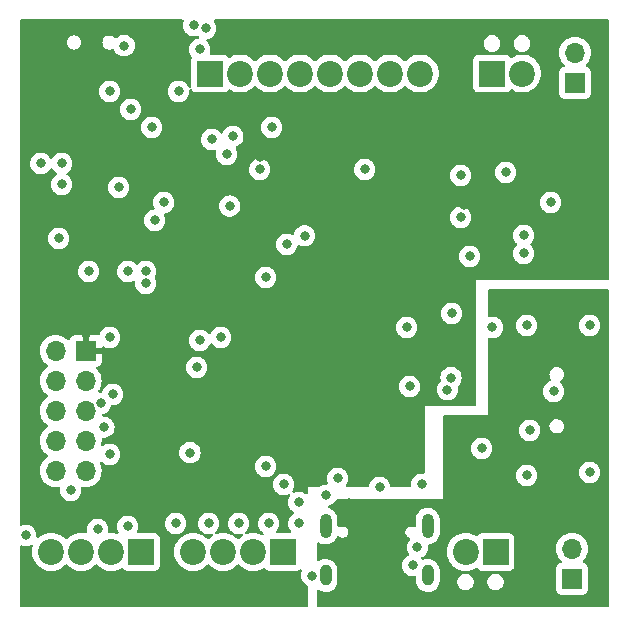
<source format=gbr>
%TF.GenerationSoftware,KiCad,Pcbnew,7.0.7*%
%TF.CreationDate,2024-03-10T16:18:29-05:00*%
%TF.ProjectId,rev2,72657632-2e6b-4696-9361-645f70636258,rev?*%
%TF.SameCoordinates,Original*%
%TF.FileFunction,Copper,L2,Inr*%
%TF.FilePolarity,Positive*%
%FSLAX46Y46*%
G04 Gerber Fmt 4.6, Leading zero omitted, Abs format (unit mm)*
G04 Created by KiCad (PCBNEW 7.0.7) date 2024-03-10 16:18:29*
%MOMM*%
%LPD*%
G01*
G04 APERTURE LIST*
%TA.AperFunction,ComponentPad*%
%ADD10O,1.000000X2.100000*%
%TD*%
%TA.AperFunction,ComponentPad*%
%ADD11O,1.000000X1.800000*%
%TD*%
%TA.AperFunction,ComponentPad*%
%ADD12R,2.200000X2.200000*%
%TD*%
%TA.AperFunction,ComponentPad*%
%ADD13C,2.200000*%
%TD*%
%TA.AperFunction,ComponentPad*%
%ADD14R,1.700000X1.700000*%
%TD*%
%TA.AperFunction,ComponentPad*%
%ADD15O,1.700000X1.700000*%
%TD*%
%TA.AperFunction,ViaPad*%
%ADD16C,0.800000*%
%TD*%
G04 APERTURE END LIST*
D10*
%TO.N,GND*%
%TO.C,J9*%
X135888000Y-116819000D03*
D11*
X135888000Y-120999000D03*
D10*
X144528000Y-116819000D03*
D11*
X144528000Y-120999000D03*
%TD*%
D12*
%TO.N,/CAN1+*%
%TO.C,J2*%
X149980000Y-78500000D03*
D13*
%TO.N,/CAN1-*%
X152520000Y-78500000D03*
%TD*%
D14*
%TO.N,/CAN2-*%
%TO.C,J3*%
X156750000Y-121275000D03*
D15*
%TO.N,/CAN2+*%
X156750000Y-118735000D03*
%TD*%
D12*
%TO.N,linpot4*%
%TO.C,J6*%
X120269000Y-118999000D03*
D13*
%TO.N,linpot3*%
X117729000Y-118999000D03*
%TO.N,linpot2*%
X115189000Y-118999000D03*
%TO.N,linpot1*%
X112649000Y-118999000D03*
%TD*%
D12*
%TO.N,/CAN2+*%
%TO.C,J4*%
X150270000Y-119000000D03*
D13*
%TO.N,/CAN2-*%
X147730000Y-119000000D03*
%TD*%
D14*
%TO.N,+3.3V*%
%TO.C,J5*%
X115570000Y-101981000D03*
D15*
%TO.N,Net-(J5-Pin_2)*%
X113030000Y-101981000D03*
%TO.N,GND*%
X115570000Y-104521000D03*
%TO.N,Net-(J5-Pin_4)*%
X113030000Y-104521000D03*
%TO.N,GND*%
X115570000Y-107061000D03*
%TO.N,Net-(J5-Pin_6)*%
X113030000Y-107061000D03*
%TO.N,unconnected-(J5-Pin_7-Pad7)*%
X115570000Y-109601000D03*
%TO.N,unconnected-(J5-Pin_8-Pad8)*%
X113030000Y-109601000D03*
%TO.N,GND*%
X115570000Y-112141000D03*
%TO.N,Net-(J5-Pin_10)*%
X113030000Y-112141000D03*
%TD*%
D14*
%TO.N,/CAN1-*%
%TO.C,J1*%
X157000000Y-79275000D03*
D15*
%TO.N,/CAN1+*%
X157000000Y-76735000D03*
%TD*%
D12*
%TO.N,GPIO6*%
%TO.C,J10*%
X126090000Y-78500000D03*
D13*
%TO.N,GPIO5*%
X128630000Y-78500000D03*
%TO.N,GPIO4*%
X131170000Y-78500000D03*
%TO.N,GPIO3*%
X133710000Y-78500000D03*
%TO.N,GPIO2*%
X136250000Y-78500000D03*
%TO.N,GPIO1*%
X138790000Y-78500000D03*
%TO.N,GPIO8*%
X141330000Y-78500000D03*
%TO.N,GPIO7*%
X143870000Y-78500000D03*
%TD*%
D12*
%TO.N,A4*%
%TO.C,J7*%
X132290000Y-119000000D03*
D13*
%TO.N,A3*%
X129750000Y-119000000D03*
%TO.N,A2*%
X127210000Y-119000000D03*
%TO.N,A1*%
X124670000Y-119000000D03*
%TD*%
D16*
%TO.N,GND*%
X120650000Y-95250000D03*
X143256000Y-120142000D03*
X123190000Y-116586000D03*
X152908000Y-99822000D03*
X119126000Y-116840000D03*
X113284000Y-92456000D03*
X125730000Y-74676000D03*
X132334000Y-113284000D03*
X140462000Y-113538000D03*
X135940800Y-114198400D03*
X118818130Y-76142498D03*
X146558000Y-98806000D03*
X124714000Y-74422000D03*
X143662400Y-118618000D03*
X155194000Y-105410000D03*
X117856000Y-105664000D03*
X154940000Y-89408000D03*
X147320000Y-87122000D03*
X116586000Y-117094000D03*
X158242000Y-112268000D03*
X144018000Y-113284000D03*
X115824000Y-95250000D03*
X124392314Y-110595884D03*
X125984000Y-116586000D03*
X113538000Y-86106000D03*
X151130000Y-86868000D03*
X130810000Y-111760000D03*
X120650000Y-96266000D03*
X146500000Y-104250000D03*
X148082000Y-93980000D03*
X152654000Y-93726000D03*
X111760000Y-86106000D03*
X158242000Y-99822000D03*
X152908000Y-112522000D03*
X116840000Y-106426000D03*
X131064000Y-116586000D03*
X149098000Y-110236000D03*
X134721600Y-121005600D03*
X125222000Y-76454000D03*
X128524000Y-116586000D03*
X131318000Y-83058000D03*
X139192000Y-86614000D03*
X110490000Y-117602000D03*
X152654000Y-92202000D03*
X147320000Y-90678000D03*
X114300000Y-113792000D03*
X136906000Y-112776000D03*
X126238000Y-84074000D03*
X133604000Y-114808000D03*
X123437451Y-80016549D03*
X117103650Y-108448350D03*
X119126000Y-95250000D03*
X133604000Y-116586000D03*
%TO.N,NRST*%
X113538000Y-87884000D03*
X127000000Y-100838000D03*
X124968000Y-103378000D03*
X117602000Y-110744000D03*
%TO.N,+3.3V*%
X123952000Y-114554000D03*
X147574000Y-89662000D03*
X139192000Y-84582000D03*
X146750000Y-100250000D03*
X124718299Y-104906299D03*
X124714000Y-105918000D03*
X124709701Y-93984299D03*
X120396000Y-75946000D03*
X119380000Y-102616000D03*
X112014000Y-114808000D03*
X146558000Y-95250000D03*
X120904000Y-102616000D03*
X112776000Y-78994000D03*
X123952000Y-85852000D03*
X124714000Y-106934000D03*
X134874000Y-111760000D03*
X130302000Y-85598000D03*
X120650000Y-100330000D03*
X139700000Y-111760000D03*
X155956000Y-93980000D03*
X115570000Y-100584000D03*
X157480000Y-92964000D03*
X143510000Y-110744000D03*
%TO.N,+5V*%
X152908000Y-97536000D03*
X151384000Y-99060000D03*
X142544800Y-114909600D03*
X147320000Y-110236500D03*
X137871200Y-114858800D03*
X159004000Y-98552000D03*
%TO.N,/VBUS1*%
X153162000Y-108712000D03*
%TO.N,BOOT0*%
X122174000Y-89408000D03*
X127770762Y-89728767D03*
%TO.N,Net-(SW2-B)*%
X117602000Y-80010000D03*
%TO.N,SYS_JTMS_SWDIO*%
X121412000Y-90932000D03*
X132588000Y-92964000D03*
%TO.N,SYS_JTCK_SWCLK*%
X117602000Y-100838000D03*
X130810000Y-95758000D03*
X134112000Y-92239500D03*
X125222000Y-101092000D03*
%TO.N,SYS_JTDO_SWO*%
X130302000Y-86614000D03*
X118364000Y-88138000D03*
%TO.N,/STMPS2151STR_EN*%
X150000000Y-100000000D03*
X142750000Y-100000000D03*
%TO.N,/STMPS2151STR_FAULT*%
X146202400Y-105257600D03*
X143000000Y-105000000D03*
%TO.N,/LSM_SDO*%
X128024952Y-83811048D03*
X127508000Y-85344000D03*
%TO.N,/LSM_CS*%
X121158000Y-83058000D03*
X119380000Y-81534000D03*
%TD*%
%TA.AperFunction,Conductor*%
%TO.N,+5V*%
G36*
X159835539Y-96793685D02*
G01*
X159881294Y-96846489D01*
X159892500Y-96898000D01*
X159892500Y-123573500D01*
X159872815Y-123640539D01*
X159820011Y-123686294D01*
X159768500Y-123697500D01*
X135252000Y-123697500D01*
X135184961Y-123677815D01*
X135139206Y-123625011D01*
X135128000Y-123573500D01*
X135128000Y-122328721D01*
X135147685Y-122261682D01*
X135200489Y-122215927D01*
X135269647Y-122205983D01*
X135327902Y-122230666D01*
X135356036Y-122252444D01*
X135356038Y-122252445D01*
X135356042Y-122252448D01*
X135538729Y-122342060D01*
X135735715Y-122393063D01*
X135938936Y-122403369D01*
X136140071Y-122372556D01*
X136330887Y-122301886D01*
X136503571Y-122194252D01*
X136651053Y-122054059D01*
X136767295Y-121887049D01*
X136847540Y-121700058D01*
X136888500Y-121500741D01*
X136888500Y-120548258D01*
X136888047Y-120543797D01*
X136873074Y-120396560D01*
X136812162Y-120202420D01*
X136812160Y-120202416D01*
X136812159Y-120202412D01*
X136778628Y-120142000D01*
X142350540Y-120142000D01*
X142370326Y-120330256D01*
X142370327Y-120330259D01*
X142428818Y-120510277D01*
X142428821Y-120510284D01*
X142523467Y-120674216D01*
X142641858Y-120805702D01*
X142650129Y-120814888D01*
X142803265Y-120926148D01*
X142803270Y-120926151D01*
X142976192Y-121003142D01*
X142976197Y-121003144D01*
X143161354Y-121042500D01*
X143161355Y-121042500D01*
X143350644Y-121042500D01*
X143350646Y-121042500D01*
X143377719Y-121036745D01*
X143447385Y-121042060D01*
X143503119Y-121084197D01*
X143527225Y-121149776D01*
X143527500Y-121158035D01*
X143527500Y-121449743D01*
X143542925Y-121601439D01*
X143603837Y-121795579D01*
X143603844Y-121795594D01*
X143702589Y-121973499D01*
X143702592Y-121973504D01*
X143835132Y-122127893D01*
X143835134Y-122127895D01*
X143996037Y-122252445D01*
X143996038Y-122252445D01*
X143996042Y-122252448D01*
X144178729Y-122342060D01*
X144375715Y-122393063D01*
X144578936Y-122403369D01*
X144780071Y-122372556D01*
X144970887Y-122301886D01*
X145143571Y-122194252D01*
X145291053Y-122054059D01*
X145407295Y-121887049D01*
X145487540Y-121700058D01*
X145502953Y-121625055D01*
X147029500Y-121625055D01*
X147070210Y-121790226D01*
X147149263Y-121940849D01*
X147149266Y-121940852D01*
X147262071Y-122068183D01*
X147348575Y-122127893D01*
X147402068Y-122164817D01*
X147402069Y-122164817D01*
X147402070Y-122164818D01*
X147423336Y-122172883D01*
X147510614Y-122205983D01*
X147561128Y-122225140D01*
X147621603Y-122232483D01*
X147687626Y-122240500D01*
X147687628Y-122240500D01*
X147772374Y-122240500D01*
X147814538Y-122235380D01*
X147898872Y-122225140D01*
X148057930Y-122164818D01*
X148197929Y-122068183D01*
X148310734Y-121940852D01*
X148328974Y-121906100D01*
X148389789Y-121790226D01*
X148389790Y-121790225D01*
X148430500Y-121625056D01*
X148430500Y-121454944D01*
X148389790Y-121289775D01*
X148389789Y-121289773D01*
X148310736Y-121139150D01*
X148291560Y-121117505D01*
X148197929Y-121011817D01*
X148148177Y-120977475D01*
X148057931Y-120915182D01*
X147898874Y-120854860D01*
X147898868Y-120854859D01*
X147816930Y-120844910D01*
X147752752Y-120817288D01*
X147729965Y-120783486D01*
X147715175Y-120810119D01*
X147653614Y-120843165D01*
X147643069Y-120844910D01*
X147561131Y-120854859D01*
X147561125Y-120854860D01*
X147402068Y-120915182D01*
X147262072Y-121011816D01*
X147149263Y-121139150D01*
X147070210Y-121289773D01*
X147029500Y-121454944D01*
X147029500Y-121625055D01*
X145502953Y-121625055D01*
X145528500Y-121500741D01*
X145528500Y-120548258D01*
X145528047Y-120543797D01*
X145513074Y-120396560D01*
X145452162Y-120202420D01*
X145452160Y-120202416D01*
X145452159Y-120202412D01*
X145353409Y-120024498D01*
X145353408Y-120024497D01*
X145353407Y-120024495D01*
X145220867Y-119870106D01*
X145220865Y-119870104D01*
X145059962Y-119745554D01*
X145059959Y-119745553D01*
X145059958Y-119745552D01*
X144877271Y-119655940D01*
X144680285Y-119604937D01*
X144680287Y-119604937D01*
X144544804Y-119598066D01*
X144477064Y-119594631D01*
X144477063Y-119594631D01*
X144477061Y-119594631D01*
X144275936Y-119625442D01*
X144275929Y-119625444D01*
X144144738Y-119674031D01*
X144075035Y-119678854D01*
X144013789Y-119645227D01*
X143994283Y-119619744D01*
X143987912Y-119608708D01*
X143971443Y-119540807D01*
X143994298Y-119474782D01*
X144044863Y-119433436D01*
X144115130Y-119402151D01*
X144268271Y-119290888D01*
X144394933Y-119150216D01*
X144481660Y-119000000D01*
X146124551Y-119000000D01*
X146144317Y-119251151D01*
X146203126Y-119496110D01*
X146299533Y-119728859D01*
X146431160Y-119943653D01*
X146431161Y-119943656D01*
X146463230Y-119981204D01*
X146594776Y-120135224D01*
X146743066Y-120261875D01*
X146786343Y-120298838D01*
X146786346Y-120298839D01*
X147001140Y-120430466D01*
X147193839Y-120510284D01*
X147233889Y-120526873D01*
X147478852Y-120585683D01*
X147637853Y-120598196D01*
X147703139Y-120623080D01*
X147730285Y-120659888D01*
X147748636Y-120629907D01*
X147811539Y-120599493D01*
X147822131Y-120598198D01*
X147981148Y-120585683D01*
X148226111Y-120526873D01*
X148458859Y-120430466D01*
X148591019Y-120349477D01*
X148658461Y-120331234D01*
X148725064Y-120352350D01*
X148755072Y-120380894D01*
X148812455Y-120457547D01*
X148927664Y-120543793D01*
X148927671Y-120543797D01*
X149062517Y-120594091D01*
X149062516Y-120594091D01*
X149069444Y-120594835D01*
X149122127Y-120600500D01*
X150146008Y-120600499D01*
X150213046Y-120620183D01*
X150258801Y-120672987D01*
X150268745Y-120742146D01*
X150239720Y-120805702D01*
X150180942Y-120843476D01*
X150160955Y-120847595D01*
X150101130Y-120854859D01*
X150101125Y-120854860D01*
X149942068Y-120915182D01*
X149802072Y-121011816D01*
X149689263Y-121139150D01*
X149610210Y-121289773D01*
X149569500Y-121454944D01*
X149569500Y-121625055D01*
X149610210Y-121790226D01*
X149689263Y-121940849D01*
X149689266Y-121940852D01*
X149802071Y-122068183D01*
X149888575Y-122127893D01*
X149942068Y-122164817D01*
X149942069Y-122164817D01*
X149942070Y-122164818D01*
X149963336Y-122172883D01*
X150050614Y-122205983D01*
X150101128Y-122225140D01*
X150161603Y-122232483D01*
X150227626Y-122240500D01*
X150227628Y-122240500D01*
X150312374Y-122240500D01*
X150354538Y-122235380D01*
X150438872Y-122225140D01*
X150597930Y-122164818D01*
X150737929Y-122068183D01*
X150850734Y-121940852D01*
X150868974Y-121906100D01*
X150929789Y-121790226D01*
X150929790Y-121790225D01*
X150970500Y-121625056D01*
X150970500Y-121454944D01*
X150929790Y-121289775D01*
X150929789Y-121289773D01*
X150850736Y-121139150D01*
X150831560Y-121117505D01*
X150737929Y-121011817D01*
X150688177Y-120977475D01*
X150597931Y-120915182D01*
X150438874Y-120854860D01*
X150438869Y-120854859D01*
X150379043Y-120847595D01*
X150314866Y-120819972D01*
X150275810Y-120762038D01*
X150274275Y-120692185D01*
X150310750Y-120632592D01*
X150373653Y-120602178D01*
X150393985Y-120600499D01*
X151417872Y-120600499D01*
X151477483Y-120594091D01*
X151612331Y-120543796D01*
X151727546Y-120457546D01*
X151813796Y-120342331D01*
X151864091Y-120207483D01*
X151870500Y-120147873D01*
X151870499Y-118735000D01*
X155394341Y-118735000D01*
X155414936Y-118970403D01*
X155414938Y-118970413D01*
X155476094Y-119198655D01*
X155476096Y-119198659D01*
X155476097Y-119198663D01*
X155535739Y-119326565D01*
X155575965Y-119412830D01*
X155575967Y-119412834D01*
X155684281Y-119567521D01*
X155711501Y-119606396D01*
X155711506Y-119606402D01*
X155833430Y-119728326D01*
X155866915Y-119789649D01*
X155861931Y-119859341D01*
X155820059Y-119915274D01*
X155789083Y-119932189D01*
X155657669Y-119981203D01*
X155657664Y-119981206D01*
X155542455Y-120067452D01*
X155542452Y-120067455D01*
X155456206Y-120182664D01*
X155456202Y-120182671D01*
X155405908Y-120317517D01*
X155399501Y-120377116D01*
X155399501Y-120377123D01*
X155399500Y-120377135D01*
X155399500Y-122172870D01*
X155399501Y-122172876D01*
X155405908Y-122232483D01*
X155456202Y-122367328D01*
X155456206Y-122367335D01*
X155542452Y-122482544D01*
X155542455Y-122482547D01*
X155657664Y-122568793D01*
X155657671Y-122568797D01*
X155792517Y-122619091D01*
X155792516Y-122619091D01*
X155799444Y-122619835D01*
X155852127Y-122625500D01*
X157647872Y-122625499D01*
X157707483Y-122619091D01*
X157842331Y-122568796D01*
X157957546Y-122482546D01*
X158043796Y-122367331D01*
X158094091Y-122232483D01*
X158100500Y-122172873D01*
X158100499Y-120377128D01*
X158094091Y-120317517D01*
X158087124Y-120298838D01*
X158043797Y-120182671D01*
X158043793Y-120182664D01*
X157957547Y-120067455D01*
X157957544Y-120067452D01*
X157842335Y-119981206D01*
X157842328Y-119981202D01*
X157710917Y-119932189D01*
X157654983Y-119890318D01*
X157630566Y-119824853D01*
X157645418Y-119756580D01*
X157666563Y-119728332D01*
X157788495Y-119606401D01*
X157924035Y-119412830D01*
X158023903Y-119198663D01*
X158085063Y-118970408D01*
X158105659Y-118735000D01*
X158085063Y-118499592D01*
X158023903Y-118271337D01*
X157924035Y-118057171D01*
X157923458Y-118056346D01*
X157788494Y-117863597D01*
X157621402Y-117696506D01*
X157621395Y-117696501D01*
X157427834Y-117560967D01*
X157427830Y-117560965D01*
X157388129Y-117542452D01*
X157213663Y-117461097D01*
X157213659Y-117461096D01*
X157213655Y-117461094D01*
X156985413Y-117399938D01*
X156985403Y-117399936D01*
X156750001Y-117379341D01*
X156749999Y-117379341D01*
X156514596Y-117399936D01*
X156514586Y-117399938D01*
X156286344Y-117461094D01*
X156286335Y-117461098D01*
X156072171Y-117560964D01*
X156072169Y-117560965D01*
X155878597Y-117696505D01*
X155711505Y-117863597D01*
X155575965Y-118057169D01*
X155575964Y-118057171D01*
X155476098Y-118271335D01*
X155476094Y-118271344D01*
X155414938Y-118499586D01*
X155414936Y-118499596D01*
X155394341Y-118734999D01*
X155394341Y-118735000D01*
X151870499Y-118735000D01*
X151870499Y-117852128D01*
X151864091Y-117792517D01*
X151860920Y-117784016D01*
X151813797Y-117657671D01*
X151813793Y-117657664D01*
X151727547Y-117542455D01*
X151727544Y-117542452D01*
X151612335Y-117456206D01*
X151612328Y-117456202D01*
X151477482Y-117405908D01*
X151477483Y-117405908D01*
X151417883Y-117399501D01*
X151417881Y-117399500D01*
X151417873Y-117399500D01*
X151417864Y-117399500D01*
X149122129Y-117399500D01*
X149122123Y-117399501D01*
X149062516Y-117405908D01*
X148927671Y-117456202D01*
X148927664Y-117456206D01*
X148812455Y-117542452D01*
X148755072Y-117619105D01*
X148699138Y-117660976D01*
X148629446Y-117665959D01*
X148591016Y-117650520D01*
X148458859Y-117569533D01*
X148226110Y-117473126D01*
X147981151Y-117414317D01*
X147730000Y-117394551D01*
X147478848Y-117414317D01*
X147233889Y-117473126D01*
X147001140Y-117569533D01*
X146786346Y-117701160D01*
X146786343Y-117701161D01*
X146594776Y-117864776D01*
X146431161Y-118056343D01*
X146431160Y-118056346D01*
X146299533Y-118271140D01*
X146203126Y-118503889D01*
X146144317Y-118748848D01*
X146124551Y-119000000D01*
X144481660Y-119000000D01*
X144489579Y-118986284D01*
X144548074Y-118806256D01*
X144567860Y-118618000D01*
X144555093Y-118496533D01*
X144567662Y-118427807D01*
X144615394Y-118376783D01*
X144659634Y-118361006D01*
X144780071Y-118342556D01*
X144970887Y-118271886D01*
X145143571Y-118164252D01*
X145291053Y-118024059D01*
X145407295Y-117857049D01*
X145487540Y-117670058D01*
X145528500Y-117470741D01*
X145528500Y-116218258D01*
X145513074Y-116066562D01*
X145513074Y-116066560D01*
X145452162Y-115872420D01*
X145452160Y-115872416D01*
X145452159Y-115872412D01*
X145353409Y-115694498D01*
X145353408Y-115694497D01*
X145353407Y-115694495D01*
X145220867Y-115540106D01*
X145220865Y-115540104D01*
X145059962Y-115415554D01*
X145059959Y-115415553D01*
X145059958Y-115415552D01*
X144877271Y-115325940D01*
X144680285Y-115274937D01*
X144680287Y-115274937D01*
X144544804Y-115268066D01*
X144477064Y-115264631D01*
X144477063Y-115264631D01*
X144477061Y-115264631D01*
X144275936Y-115295442D01*
X144275924Y-115295445D01*
X144085118Y-115366111D01*
X144085111Y-115366115D01*
X143912432Y-115473745D01*
X143912427Y-115473749D01*
X143764949Y-115613938D01*
X143764948Y-115613940D01*
X143648705Y-115780949D01*
X143568459Y-115967943D01*
X143527500Y-116167258D01*
X143527500Y-116799459D01*
X143507815Y-116866498D01*
X143455011Y-116912253D01*
X143385853Y-116922197D01*
X143351989Y-116912253D01*
X143233345Y-116858070D01*
X143233343Y-116858069D01*
X143233342Y-116858069D01*
X143233337Y-116858068D01*
X143233336Y-116858068D01*
X143132011Y-116843500D01*
X143063989Y-116843500D01*
X143063988Y-116843500D01*
X142962663Y-116858068D01*
X142962654Y-116858070D01*
X142838285Y-116914867D01*
X142838278Y-116914872D01*
X142734946Y-117004409D01*
X142734942Y-117004413D01*
X142661021Y-117119440D01*
X142622500Y-117250632D01*
X142622500Y-117387367D01*
X142661021Y-117518559D01*
X142661020Y-117518559D01*
X142734942Y-117633586D01*
X142734946Y-117633590D01*
X142838278Y-117723127D01*
X142838285Y-117723132D01*
X142905062Y-117753627D01*
X142962658Y-117779931D01*
X142962662Y-117779931D01*
X142965468Y-117780756D01*
X142967931Y-117782339D01*
X142970725Y-117783615D01*
X142970541Y-117784016D01*
X143024245Y-117818532D01*
X143053268Y-117882088D01*
X143043323Y-117951246D01*
X143022680Y-117982704D01*
X142929866Y-118085784D01*
X142835221Y-118249715D01*
X142835218Y-118249722D01*
X142795043Y-118373369D01*
X142776726Y-118429744D01*
X142756940Y-118618000D01*
X142776726Y-118806256D01*
X142776727Y-118806259D01*
X142835218Y-118986277D01*
X142835223Y-118986289D01*
X142930484Y-119151287D01*
X142946957Y-119219187D01*
X142924104Y-119285214D01*
X142873534Y-119326565D01*
X142803267Y-119357850D01*
X142803265Y-119357851D01*
X142650129Y-119469111D01*
X142523466Y-119609785D01*
X142428821Y-119773715D01*
X142428818Y-119773722D01*
X142373511Y-119943941D01*
X142370326Y-119953744D01*
X142350540Y-120142000D01*
X136778628Y-120142000D01*
X136713409Y-120024498D01*
X136713408Y-120024497D01*
X136713407Y-120024495D01*
X136580867Y-119870106D01*
X136580865Y-119870104D01*
X136419962Y-119745554D01*
X136419959Y-119745553D01*
X136419958Y-119745552D01*
X136237271Y-119655940D01*
X136040285Y-119604937D01*
X136040287Y-119604937D01*
X135904804Y-119598066D01*
X135837064Y-119594631D01*
X135837063Y-119594631D01*
X135837061Y-119594631D01*
X135635936Y-119625442D01*
X135635924Y-119625445D01*
X135445118Y-119696111D01*
X135445111Y-119696115D01*
X135317591Y-119775598D01*
X135250285Y-119794354D01*
X135183524Y-119773744D01*
X135138504Y-119720313D01*
X135128000Y-119670366D01*
X135128000Y-118298721D01*
X135147685Y-118231682D01*
X135200489Y-118185927D01*
X135269647Y-118175983D01*
X135327902Y-118200666D01*
X135356036Y-118222444D01*
X135356038Y-118222445D01*
X135356042Y-118222448D01*
X135538729Y-118312060D01*
X135735715Y-118363063D01*
X135938936Y-118373369D01*
X136140071Y-118342556D01*
X136330887Y-118271886D01*
X136503571Y-118164252D01*
X136651053Y-118024059D01*
X136767295Y-117857049D01*
X136821145Y-117731562D01*
X136865672Y-117677720D01*
X136932240Y-117656497D01*
X136999715Y-117674632D01*
X137016292Y-117686745D01*
X137058282Y-117723130D01*
X137058283Y-117723130D01*
X137058285Y-117723132D01*
X137132131Y-117756856D01*
X137182658Y-117779931D01*
X137283989Y-117794500D01*
X137283992Y-117794500D01*
X137352008Y-117794500D01*
X137352011Y-117794500D01*
X137453342Y-117779931D01*
X137577718Y-117723130D01*
X137681055Y-117633589D01*
X137754978Y-117518561D01*
X137793500Y-117387367D01*
X137793500Y-117250633D01*
X137754978Y-117119440D01*
X137754979Y-117119440D01*
X137681057Y-117004413D01*
X137681053Y-117004409D01*
X137577721Y-116914872D01*
X137577714Y-116914867D01*
X137453345Y-116858070D01*
X137453343Y-116858069D01*
X137453342Y-116858069D01*
X137453337Y-116858068D01*
X137453336Y-116858068D01*
X137352011Y-116843500D01*
X137283989Y-116843500D01*
X137283988Y-116843500D01*
X137182663Y-116858068D01*
X137182654Y-116858070D01*
X137064011Y-116912253D01*
X136994853Y-116922197D01*
X136931297Y-116893172D01*
X136893523Y-116834394D01*
X136888500Y-116799459D01*
X136888500Y-116218256D01*
X136873074Y-116066560D01*
X136812162Y-115872420D01*
X136812160Y-115872416D01*
X136812159Y-115872412D01*
X136713409Y-115694498D01*
X136713408Y-115694497D01*
X136713407Y-115694495D01*
X136580867Y-115540106D01*
X136580865Y-115540104D01*
X136419962Y-115415554D01*
X136419959Y-115415553D01*
X136419958Y-115415552D01*
X136237271Y-115325940D01*
X136237268Y-115325939D01*
X136174203Y-115309610D01*
X136114238Y-115273750D01*
X136083180Y-115211163D01*
X136090889Y-115141720D01*
X136134918Y-115087469D01*
X136179501Y-115068280D01*
X136220603Y-115059544D01*
X136393530Y-114982551D01*
X136546671Y-114871288D01*
X136673333Y-114730616D01*
X136687851Y-114705468D01*
X136739507Y-114616000D01*
X136790074Y-114567784D01*
X136846894Y-114554000D01*
X145796000Y-114554000D01*
X145796000Y-112522000D01*
X152002540Y-112522000D01*
X152022326Y-112710256D01*
X152022327Y-112710259D01*
X152080818Y-112890277D01*
X152080821Y-112890284D01*
X152175467Y-113054216D01*
X152242931Y-113129142D01*
X152302129Y-113194888D01*
X152455265Y-113306148D01*
X152455270Y-113306151D01*
X152628192Y-113383142D01*
X152628197Y-113383144D01*
X152813354Y-113422500D01*
X152813355Y-113422500D01*
X153002644Y-113422500D01*
X153002646Y-113422500D01*
X153187803Y-113383144D01*
X153360730Y-113306151D01*
X153513871Y-113194888D01*
X153640533Y-113054216D01*
X153735179Y-112890284D01*
X153793674Y-112710256D01*
X153813460Y-112522000D01*
X153793674Y-112333744D01*
X153772312Y-112268000D01*
X157336540Y-112268000D01*
X157356326Y-112456256D01*
X157356327Y-112456259D01*
X157414818Y-112636277D01*
X157414821Y-112636284D01*
X157509467Y-112800216D01*
X157567900Y-112865112D01*
X157636129Y-112940888D01*
X157789265Y-113052148D01*
X157789270Y-113052151D01*
X157962192Y-113129142D01*
X157962197Y-113129144D01*
X158147354Y-113168500D01*
X158147355Y-113168500D01*
X158336644Y-113168500D01*
X158336646Y-113168500D01*
X158521803Y-113129144D01*
X158694730Y-113052151D01*
X158847871Y-112940888D01*
X158974533Y-112800216D01*
X159069179Y-112636284D01*
X159127674Y-112456256D01*
X159147460Y-112268000D01*
X159127674Y-112079744D01*
X159069179Y-111899716D01*
X158974533Y-111735784D01*
X158847871Y-111595112D01*
X158815708Y-111571744D01*
X158694734Y-111483851D01*
X158694729Y-111483848D01*
X158521807Y-111406857D01*
X158521802Y-111406855D01*
X158376000Y-111375865D01*
X158336646Y-111367500D01*
X158147354Y-111367500D01*
X158114897Y-111374398D01*
X157962197Y-111406855D01*
X157962192Y-111406857D01*
X157789270Y-111483848D01*
X157789265Y-111483851D01*
X157636129Y-111595111D01*
X157509466Y-111735785D01*
X157414821Y-111899715D01*
X157414818Y-111899722D01*
X157356327Y-112079740D01*
X157356326Y-112079744D01*
X157336540Y-112268000D01*
X153772312Y-112268000D01*
X153735179Y-112153716D01*
X153640533Y-111989784D01*
X153513871Y-111849112D01*
X153513870Y-111849111D01*
X153360734Y-111737851D01*
X153360729Y-111737848D01*
X153187807Y-111660857D01*
X153187802Y-111660855D01*
X153042001Y-111629865D01*
X153002646Y-111621500D01*
X152813354Y-111621500D01*
X152780897Y-111628398D01*
X152628197Y-111660855D01*
X152628192Y-111660857D01*
X152455270Y-111737848D01*
X152455265Y-111737851D01*
X152302129Y-111849111D01*
X152175466Y-111989785D01*
X152080821Y-112153715D01*
X152080818Y-112153722D01*
X152035819Y-112292216D01*
X152022326Y-112333744D01*
X152002540Y-112522000D01*
X145796000Y-112522000D01*
X145796000Y-110236000D01*
X148192540Y-110236000D01*
X148212326Y-110424256D01*
X148212327Y-110424259D01*
X148270818Y-110604277D01*
X148270821Y-110604284D01*
X148365467Y-110768216D01*
X148447660Y-110859500D01*
X148492129Y-110908888D01*
X148645265Y-111020148D01*
X148645270Y-111020151D01*
X148818192Y-111097142D01*
X148818197Y-111097144D01*
X149003354Y-111136500D01*
X149003355Y-111136500D01*
X149192644Y-111136500D01*
X149192646Y-111136500D01*
X149377803Y-111097144D01*
X149550730Y-111020151D01*
X149703871Y-110908888D01*
X149830533Y-110768216D01*
X149925179Y-110604284D01*
X149983674Y-110424256D01*
X150003460Y-110236000D01*
X149983674Y-110047744D01*
X149925179Y-109867716D01*
X149830533Y-109703784D01*
X149703871Y-109563112D01*
X149703870Y-109563111D01*
X149550734Y-109451851D01*
X149550729Y-109451848D01*
X149377807Y-109374857D01*
X149377802Y-109374855D01*
X149232000Y-109343865D01*
X149192646Y-109335500D01*
X149003354Y-109335500D01*
X148970897Y-109342398D01*
X148818197Y-109374855D01*
X148818192Y-109374857D01*
X148645270Y-109451848D01*
X148645265Y-109451851D01*
X148492129Y-109563111D01*
X148365466Y-109703785D01*
X148270821Y-109867715D01*
X148270818Y-109867722D01*
X148212327Y-110047740D01*
X148212326Y-110047744D01*
X148192540Y-110236000D01*
X145796000Y-110236000D01*
X145796000Y-108712000D01*
X152256540Y-108712000D01*
X152276326Y-108900256D01*
X152276327Y-108900259D01*
X152334818Y-109080277D01*
X152334821Y-109080284D01*
X152429467Y-109244216D01*
X152511660Y-109335500D01*
X152556129Y-109384888D01*
X152709265Y-109496148D01*
X152709270Y-109496151D01*
X152882192Y-109573142D01*
X152882197Y-109573144D01*
X153067354Y-109612500D01*
X153067355Y-109612500D01*
X153256644Y-109612500D01*
X153256646Y-109612500D01*
X153441803Y-109573144D01*
X153614730Y-109496151D01*
X153767871Y-109384888D01*
X153894533Y-109244216D01*
X153989179Y-109080284D01*
X154047674Y-108900256D01*
X154067460Y-108712000D01*
X154047674Y-108523744D01*
X153998369Y-108372001D01*
X154833318Y-108372001D01*
X154853955Y-108528760D01*
X154853956Y-108528762D01*
X154914464Y-108674841D01*
X155010718Y-108800282D01*
X155136159Y-108896536D01*
X155282238Y-108957044D01*
X155399639Y-108972500D01*
X155399646Y-108972500D01*
X155478354Y-108972500D01*
X155478361Y-108972500D01*
X155595762Y-108957044D01*
X155741841Y-108896536D01*
X155867282Y-108800282D01*
X155963536Y-108674841D01*
X156024044Y-108528762D01*
X156044682Y-108372000D01*
X156040958Y-108343716D01*
X156024044Y-108215239D01*
X156024044Y-108215238D01*
X155963536Y-108069159D01*
X155867282Y-107943718D01*
X155741841Y-107847464D01*
X155655016Y-107811500D01*
X155595762Y-107786956D01*
X155595760Y-107786955D01*
X155478370Y-107771501D01*
X155478367Y-107771500D01*
X155478361Y-107771500D01*
X155399639Y-107771500D01*
X155399633Y-107771500D01*
X155399629Y-107771501D01*
X155282239Y-107786955D01*
X155282237Y-107786956D01*
X155136160Y-107847463D01*
X155010718Y-107943718D01*
X154914463Y-108069160D01*
X154853956Y-108215237D01*
X154853955Y-108215239D01*
X154833318Y-108371998D01*
X154833318Y-108372001D01*
X153998369Y-108372001D01*
X153989179Y-108343716D01*
X153894533Y-108179784D01*
X153767871Y-108039112D01*
X153767870Y-108039111D01*
X153614734Y-107927851D01*
X153614729Y-107927848D01*
X153441807Y-107850857D01*
X153441802Y-107850855D01*
X153296001Y-107819865D01*
X153256646Y-107811500D01*
X153067354Y-107811500D01*
X153034897Y-107818398D01*
X152882197Y-107850855D01*
X152882192Y-107850857D01*
X152709270Y-107927848D01*
X152709265Y-107927851D01*
X152556129Y-108039111D01*
X152429466Y-108179785D01*
X152334821Y-108343715D01*
X152334818Y-108343722D01*
X152276327Y-108523740D01*
X152276326Y-108523744D01*
X152256540Y-108712000D01*
X145796000Y-108712000D01*
X145796000Y-107566000D01*
X145815685Y-107498961D01*
X145868489Y-107453206D01*
X145920000Y-107442000D01*
X149606000Y-107442000D01*
X149606000Y-105410000D01*
X154288540Y-105410000D01*
X154308326Y-105598256D01*
X154308327Y-105598259D01*
X154366818Y-105778277D01*
X154366821Y-105778284D01*
X154461467Y-105942216D01*
X154551089Y-106041751D01*
X154588129Y-106082888D01*
X154741265Y-106194148D01*
X154741270Y-106194151D01*
X154914192Y-106271142D01*
X154914197Y-106271144D01*
X155099354Y-106310500D01*
X155099355Y-106310500D01*
X155288644Y-106310500D01*
X155288646Y-106310500D01*
X155473803Y-106271144D01*
X155646730Y-106194151D01*
X155799871Y-106082888D01*
X155926533Y-105942216D01*
X156021179Y-105778284D01*
X156079674Y-105598256D01*
X156099460Y-105410000D01*
X156079674Y-105221744D01*
X156021179Y-105041716D01*
X155926533Y-104877784D01*
X155799871Y-104737112D01*
X155783729Y-104725384D01*
X155743364Y-104696057D01*
X155700698Y-104640727D01*
X155694719Y-104571114D01*
X155727325Y-104509319D01*
X155740763Y-104497363D01*
X155817793Y-104438256D01*
X155867282Y-104400282D01*
X155963536Y-104274841D01*
X156024044Y-104128762D01*
X156044682Y-103972000D01*
X156024044Y-103815238D01*
X155963536Y-103669159D01*
X155867282Y-103543718D01*
X155741841Y-103447464D01*
X155595762Y-103386956D01*
X155595760Y-103386955D01*
X155478370Y-103371501D01*
X155478367Y-103371500D01*
X155478361Y-103371500D01*
X155399639Y-103371500D01*
X155399633Y-103371500D01*
X155399629Y-103371501D01*
X155282239Y-103386955D01*
X155282237Y-103386956D01*
X155136160Y-103447463D01*
X155010718Y-103543718D01*
X154914463Y-103669160D01*
X154853956Y-103815237D01*
X154853955Y-103815239D01*
X154833318Y-103971998D01*
X154833318Y-103972001D01*
X154853955Y-104128760D01*
X154853956Y-104128762D01*
X154914464Y-104274842D01*
X154975898Y-104354904D01*
X155001092Y-104420073D01*
X154987054Y-104488518D01*
X154938240Y-104538507D01*
X154915851Y-104548317D01*
X154914203Y-104548852D01*
X154741270Y-104625848D01*
X154741265Y-104625851D01*
X154588129Y-104737111D01*
X154461466Y-104877785D01*
X154366821Y-105041715D01*
X154366818Y-105041722D01*
X154319207Y-105188256D01*
X154308326Y-105221744D01*
X154288540Y-105410000D01*
X149606000Y-105410000D01*
X149606000Y-100989997D01*
X149625685Y-100922958D01*
X149678489Y-100877203D01*
X149747647Y-100867259D01*
X149755765Y-100868704D01*
X149905354Y-100900500D01*
X149905355Y-100900500D01*
X150094644Y-100900500D01*
X150094646Y-100900500D01*
X150279803Y-100861144D01*
X150452730Y-100784151D01*
X150605871Y-100672888D01*
X150732533Y-100532216D01*
X150827179Y-100368284D01*
X150885674Y-100188256D01*
X150905460Y-100000000D01*
X150886752Y-99822000D01*
X152002540Y-99822000D01*
X152022326Y-100010256D01*
X152022327Y-100010259D01*
X152080818Y-100190277D01*
X152080821Y-100190284D01*
X152175467Y-100354216D01*
X152251137Y-100438256D01*
X152302129Y-100494888D01*
X152455265Y-100606148D01*
X152455270Y-100606151D01*
X152628192Y-100683142D01*
X152628197Y-100683144D01*
X152813354Y-100722500D01*
X152813355Y-100722500D01*
X153002644Y-100722500D01*
X153002646Y-100722500D01*
X153187803Y-100683144D01*
X153360730Y-100606151D01*
X153513871Y-100494888D01*
X153640533Y-100354216D01*
X153735179Y-100190284D01*
X153793674Y-100010256D01*
X153813460Y-99822000D01*
X157336540Y-99822000D01*
X157356326Y-100010256D01*
X157356327Y-100010259D01*
X157414818Y-100190277D01*
X157414821Y-100190284D01*
X157509467Y-100354216D01*
X157585137Y-100438256D01*
X157636129Y-100494888D01*
X157789265Y-100606148D01*
X157789270Y-100606151D01*
X157962192Y-100683142D01*
X157962197Y-100683144D01*
X158147354Y-100722500D01*
X158147355Y-100722500D01*
X158336644Y-100722500D01*
X158336646Y-100722500D01*
X158521803Y-100683144D01*
X158694730Y-100606151D01*
X158847871Y-100494888D01*
X158974533Y-100354216D01*
X159069179Y-100190284D01*
X159127674Y-100010256D01*
X159147460Y-99822000D01*
X159127674Y-99633744D01*
X159069179Y-99453716D01*
X158974533Y-99289784D01*
X158847871Y-99149112D01*
X158847870Y-99149111D01*
X158694734Y-99037851D01*
X158694729Y-99037848D01*
X158521807Y-98960857D01*
X158521802Y-98960855D01*
X158376000Y-98929865D01*
X158336646Y-98921500D01*
X158147354Y-98921500D01*
X158114897Y-98928398D01*
X157962197Y-98960855D01*
X157962192Y-98960857D01*
X157789270Y-99037848D01*
X157789265Y-99037851D01*
X157636129Y-99149111D01*
X157509466Y-99289785D01*
X157414821Y-99453715D01*
X157414818Y-99453722D01*
X157370490Y-99590151D01*
X157356326Y-99633744D01*
X157336540Y-99822000D01*
X153813460Y-99822000D01*
X153793674Y-99633744D01*
X153735179Y-99453716D01*
X153640533Y-99289784D01*
X153513871Y-99149112D01*
X153513870Y-99149111D01*
X153360734Y-99037851D01*
X153360729Y-99037848D01*
X153187807Y-98960857D01*
X153187802Y-98960855D01*
X153042001Y-98929865D01*
X153002646Y-98921500D01*
X152813354Y-98921500D01*
X152780897Y-98928398D01*
X152628197Y-98960855D01*
X152628192Y-98960857D01*
X152455270Y-99037848D01*
X152455265Y-99037851D01*
X152302129Y-99149111D01*
X152175466Y-99289785D01*
X152080821Y-99453715D01*
X152080818Y-99453722D01*
X152036490Y-99590151D01*
X152022326Y-99633744D01*
X152002540Y-99822000D01*
X150886752Y-99822000D01*
X150885674Y-99811744D01*
X150827179Y-99631716D01*
X150732533Y-99467784D01*
X150605871Y-99327112D01*
X150554495Y-99289785D01*
X150452734Y-99215851D01*
X150452729Y-99215848D01*
X150279807Y-99138857D01*
X150279802Y-99138855D01*
X150134001Y-99107865D01*
X150094646Y-99099500D01*
X149905354Y-99099500D01*
X149905353Y-99099500D01*
X149755780Y-99131292D01*
X149686113Y-99125976D01*
X149630380Y-99083839D01*
X149606275Y-99018259D01*
X149606000Y-99010002D01*
X149606000Y-96898000D01*
X149625685Y-96830961D01*
X149678489Y-96785206D01*
X149730000Y-96774000D01*
X159768500Y-96774000D01*
X159835539Y-96793685D01*
G37*
%TD.AperFunction*%
%TD*%
%TA.AperFunction,Conductor*%
%TO.N,+3.3V*%
G36*
X123828422Y-73934185D02*
G01*
X123874177Y-73986989D01*
X123884121Y-74056147D01*
X123879314Y-74076818D01*
X123828327Y-74233740D01*
X123828326Y-74233744D01*
X123808540Y-74422000D01*
X123828326Y-74610256D01*
X123828327Y-74610259D01*
X123886818Y-74790277D01*
X123886821Y-74790284D01*
X123981467Y-74954216D01*
X124062559Y-75044277D01*
X124108129Y-75094888D01*
X124261265Y-75206148D01*
X124261270Y-75206151D01*
X124434192Y-75283142D01*
X124434197Y-75283144D01*
X124619354Y-75322500D01*
X124619355Y-75322500D01*
X124808644Y-75322500D01*
X124808646Y-75322500D01*
X124983480Y-75285338D01*
X125053146Y-75290654D01*
X125101410Y-75323656D01*
X125124130Y-75348889D01*
X125127740Y-75352140D01*
X125164385Y-75411629D01*
X125163050Y-75481486D01*
X125124160Y-75539532D01*
X125070543Y-75565575D01*
X124942197Y-75592855D01*
X124942192Y-75592857D01*
X124769270Y-75669848D01*
X124769265Y-75669851D01*
X124616129Y-75781111D01*
X124489466Y-75921785D01*
X124394821Y-76085715D01*
X124394818Y-76085722D01*
X124336327Y-76265740D01*
X124336326Y-76265744D01*
X124316540Y-76454000D01*
X124336326Y-76642256D01*
X124336327Y-76642259D01*
X124394818Y-76822277D01*
X124394821Y-76822284D01*
X124489467Y-76986216D01*
X124524499Y-77025123D01*
X124554729Y-77088114D01*
X124548531Y-77151428D01*
X124495908Y-77292517D01*
X124489501Y-77352116D01*
X124489500Y-77352135D01*
X124489500Y-79574979D01*
X124469815Y-79642018D01*
X124417011Y-79687773D01*
X124347853Y-79697717D01*
X124284297Y-79668692D01*
X124258116Y-79636983D01*
X124169984Y-79484333D01*
X124043322Y-79343661D01*
X124034307Y-79337111D01*
X123890185Y-79232400D01*
X123890180Y-79232397D01*
X123717258Y-79155406D01*
X123717253Y-79155404D01*
X123571452Y-79124414D01*
X123532097Y-79116049D01*
X123342805Y-79116049D01*
X123310348Y-79122947D01*
X123157648Y-79155404D01*
X123157643Y-79155406D01*
X122984721Y-79232397D01*
X122984716Y-79232400D01*
X122831580Y-79343660D01*
X122704917Y-79484334D01*
X122610272Y-79648264D01*
X122610269Y-79648271D01*
X122551778Y-79828289D01*
X122551777Y-79828293D01*
X122531991Y-80016549D01*
X122551777Y-80204805D01*
X122551778Y-80204808D01*
X122610269Y-80384826D01*
X122610272Y-80384833D01*
X122704918Y-80548765D01*
X122816650Y-80672856D01*
X122831580Y-80689437D01*
X122984716Y-80800697D01*
X122984721Y-80800700D01*
X123157643Y-80877691D01*
X123157648Y-80877693D01*
X123342805Y-80917049D01*
X123342806Y-80917049D01*
X123532095Y-80917049D01*
X123532097Y-80917049D01*
X123717254Y-80877693D01*
X123890181Y-80800700D01*
X124043322Y-80689437D01*
X124169984Y-80548765D01*
X124264630Y-80384833D01*
X124323125Y-80204805D01*
X124342911Y-80016549D01*
X124335431Y-79945383D01*
X124348000Y-79876656D01*
X124395732Y-79825632D01*
X124463473Y-79808514D01*
X124529714Y-79830736D01*
X124558016Y-79858110D01*
X124632454Y-79957546D01*
X124632457Y-79957548D01*
X124747664Y-80043793D01*
X124747671Y-80043797D01*
X124882517Y-80094091D01*
X124882516Y-80094091D01*
X124889444Y-80094835D01*
X124942127Y-80100500D01*
X127237872Y-80100499D01*
X127297483Y-80094091D01*
X127432331Y-80043796D01*
X127547546Y-79957546D01*
X127604928Y-79880893D01*
X127660860Y-79839024D01*
X127730552Y-79834040D01*
X127768983Y-79849479D01*
X127901140Y-79930466D01*
X128133889Y-80026872D01*
X128133889Y-80026873D01*
X128378852Y-80085683D01*
X128630000Y-80105449D01*
X128881148Y-80085683D01*
X129126111Y-80026873D01*
X129358859Y-79930466D01*
X129573659Y-79798836D01*
X129765224Y-79635224D01*
X129805710Y-79587819D01*
X129864216Y-79549627D01*
X129934084Y-79549128D01*
X129993130Y-79586482D01*
X129994235Y-79587756D01*
X130034772Y-79635219D01*
X130034776Y-79635224D01*
X130226343Y-79798838D01*
X130226346Y-79798839D01*
X130441140Y-79930466D01*
X130673888Y-80026873D01*
X130673889Y-80026873D01*
X130918852Y-80085683D01*
X131170000Y-80105449D01*
X131421148Y-80085683D01*
X131666111Y-80026873D01*
X131898859Y-79930466D01*
X132113659Y-79798836D01*
X132305224Y-79635224D01*
X132345709Y-79587820D01*
X132404215Y-79549628D01*
X132474083Y-79549128D01*
X132533130Y-79586481D01*
X132534211Y-79587728D01*
X132574772Y-79635219D01*
X132574776Y-79635224D01*
X132766343Y-79798838D01*
X132766346Y-79798839D01*
X132981140Y-79930466D01*
X133213889Y-80026873D01*
X133458852Y-80085683D01*
X133710000Y-80105449D01*
X133961148Y-80085683D01*
X134206111Y-80026873D01*
X134438859Y-79930466D01*
X134653659Y-79798836D01*
X134845224Y-79635224D01*
X134885710Y-79587819D01*
X134944216Y-79549627D01*
X135014084Y-79549128D01*
X135073130Y-79586482D01*
X135074235Y-79587756D01*
X135114772Y-79635219D01*
X135114776Y-79635224D01*
X135306343Y-79798838D01*
X135306346Y-79798839D01*
X135521140Y-79930466D01*
X135753889Y-80026872D01*
X135753889Y-80026873D01*
X135998852Y-80085683D01*
X136250000Y-80105449D01*
X136501148Y-80085683D01*
X136746111Y-80026873D01*
X136978859Y-79930466D01*
X137193659Y-79798836D01*
X137385224Y-79635224D01*
X137425710Y-79587819D01*
X137484216Y-79549627D01*
X137554084Y-79549128D01*
X137613130Y-79586482D01*
X137614235Y-79587756D01*
X137654772Y-79635219D01*
X137654776Y-79635224D01*
X137846343Y-79798838D01*
X137846346Y-79798839D01*
X138061140Y-79930466D01*
X138293888Y-80026873D01*
X138293889Y-80026873D01*
X138538852Y-80085683D01*
X138790000Y-80105449D01*
X139041148Y-80085683D01*
X139286111Y-80026873D01*
X139518859Y-79930466D01*
X139733659Y-79798836D01*
X139925224Y-79635224D01*
X139965710Y-79587819D01*
X140024216Y-79549627D01*
X140094084Y-79549128D01*
X140153130Y-79586482D01*
X140154235Y-79587756D01*
X140194772Y-79635219D01*
X140194776Y-79635224D01*
X140386343Y-79798838D01*
X140386346Y-79798839D01*
X140601140Y-79930466D01*
X140833888Y-80026872D01*
X140833889Y-80026873D01*
X141078852Y-80085683D01*
X141330000Y-80105449D01*
X141581148Y-80085683D01*
X141826111Y-80026873D01*
X142058859Y-79930466D01*
X142273659Y-79798836D01*
X142465224Y-79635224D01*
X142505710Y-79587819D01*
X142564216Y-79549627D01*
X142634084Y-79549128D01*
X142693130Y-79586482D01*
X142694235Y-79587756D01*
X142734772Y-79635219D01*
X142734776Y-79635224D01*
X142926343Y-79798838D01*
X142926346Y-79798839D01*
X143141140Y-79930466D01*
X143373889Y-80026873D01*
X143618852Y-80085683D01*
X143870000Y-80105449D01*
X144121148Y-80085683D01*
X144366111Y-80026873D01*
X144598859Y-79930466D01*
X144813659Y-79798836D01*
X144990417Y-79647870D01*
X148379500Y-79647870D01*
X148379501Y-79647876D01*
X148385908Y-79707483D01*
X148436202Y-79842328D01*
X148436206Y-79842335D01*
X148522452Y-79957544D01*
X148522455Y-79957547D01*
X148637664Y-80043793D01*
X148637671Y-80043797D01*
X148772517Y-80094091D01*
X148772516Y-80094091D01*
X148779444Y-80094835D01*
X148832127Y-80100500D01*
X151127872Y-80100499D01*
X151187483Y-80094091D01*
X151322331Y-80043796D01*
X151437546Y-79957546D01*
X151494928Y-79880893D01*
X151550860Y-79839024D01*
X151620552Y-79834040D01*
X151658983Y-79849479D01*
X151791140Y-79930466D01*
X152023888Y-80026872D01*
X152023889Y-80026873D01*
X152268852Y-80085683D01*
X152520000Y-80105449D01*
X152771148Y-80085683D01*
X153016111Y-80026873D01*
X153248859Y-79930466D01*
X153463659Y-79798836D01*
X153655224Y-79635224D01*
X153818836Y-79443659D01*
X153950466Y-79228859D01*
X154046873Y-78996111D01*
X154105683Y-78751148D01*
X154125449Y-78500000D01*
X154105683Y-78248852D01*
X154046873Y-78003889D01*
X154010168Y-77915274D01*
X153950466Y-77771140D01*
X153818839Y-77556346D01*
X153818838Y-77556343D01*
X153728755Y-77450870D01*
X153655224Y-77364776D01*
X153491206Y-77224691D01*
X153463656Y-77201161D01*
X153463653Y-77201160D01*
X153248859Y-77069533D01*
X153016110Y-76973126D01*
X152822502Y-76926646D01*
X152771148Y-76914317D01*
X152646210Y-76904484D01*
X152612147Y-76901803D01*
X152546859Y-76876918D01*
X152519713Y-76840110D01*
X152501364Y-76870091D01*
X152438462Y-76900505D01*
X152427852Y-76901803D01*
X152380915Y-76905497D01*
X152268852Y-76914317D01*
X152268847Y-76914318D01*
X152268848Y-76914318D01*
X152023889Y-76973126D01*
X151791140Y-77069533D01*
X151658983Y-77150520D01*
X151591537Y-77168765D01*
X151524935Y-77147649D01*
X151494927Y-77119104D01*
X151437547Y-77042455D01*
X151437544Y-77042452D01*
X151322335Y-76956206D01*
X151322328Y-76956202D01*
X151187482Y-76905908D01*
X151187483Y-76905908D01*
X151127883Y-76899501D01*
X151127881Y-76899500D01*
X151127873Y-76899500D01*
X151127865Y-76899500D01*
X150103992Y-76899500D01*
X150036953Y-76879815D01*
X149991198Y-76827011D01*
X149981254Y-76757853D01*
X149991691Y-76735000D01*
X155644341Y-76735000D01*
X155664936Y-76970403D01*
X155664938Y-76970413D01*
X155726094Y-77198655D01*
X155726096Y-77198659D01*
X155726097Y-77198663D01*
X155803557Y-77364776D01*
X155825965Y-77412830D01*
X155825967Y-77412834D01*
X155902811Y-77522578D01*
X155961501Y-77606396D01*
X155961506Y-77606402D01*
X156083430Y-77728326D01*
X156116915Y-77789649D01*
X156111931Y-77859341D01*
X156070059Y-77915274D01*
X156039083Y-77932189D01*
X155907669Y-77981203D01*
X155907664Y-77981206D01*
X155792455Y-78067452D01*
X155792452Y-78067455D01*
X155706206Y-78182664D01*
X155706202Y-78182671D01*
X155655908Y-78317517D01*
X155649501Y-78377116D01*
X155649501Y-78377123D01*
X155649500Y-78377135D01*
X155649500Y-80172870D01*
X155649501Y-80172876D01*
X155655908Y-80232483D01*
X155706202Y-80367328D01*
X155706206Y-80367335D01*
X155792452Y-80482544D01*
X155792455Y-80482547D01*
X155907664Y-80568793D01*
X155907671Y-80568797D01*
X156042517Y-80619091D01*
X156042516Y-80619091D01*
X156049444Y-80619835D01*
X156102127Y-80625500D01*
X157897872Y-80625499D01*
X157957483Y-80619091D01*
X158092331Y-80568796D01*
X158207546Y-80482546D01*
X158293796Y-80367331D01*
X158344091Y-80232483D01*
X158350500Y-80172873D01*
X158350499Y-78377128D01*
X158344091Y-78317517D01*
X158293796Y-78182669D01*
X158293795Y-78182668D01*
X158293793Y-78182664D01*
X158207547Y-78067455D01*
X158207544Y-78067452D01*
X158092335Y-77981206D01*
X158092328Y-77981202D01*
X157960917Y-77932189D01*
X157904983Y-77890318D01*
X157880566Y-77824853D01*
X157895418Y-77756580D01*
X157916563Y-77728332D01*
X158038495Y-77606401D01*
X158174035Y-77412830D01*
X158273903Y-77198663D01*
X158335063Y-76970408D01*
X158355659Y-76735000D01*
X158354041Y-76716512D01*
X158348793Y-76656523D01*
X158335063Y-76499592D01*
X158273903Y-76271337D01*
X158174035Y-76057171D01*
X158165552Y-76045055D01*
X158038494Y-75863597D01*
X157871402Y-75696506D01*
X157871395Y-75696501D01*
X157677834Y-75560967D01*
X157677830Y-75560965D01*
X157626746Y-75537144D01*
X157463663Y-75461097D01*
X157463659Y-75461096D01*
X157463655Y-75461094D01*
X157235413Y-75399938D01*
X157235403Y-75399936D01*
X157000001Y-75379341D01*
X156999999Y-75379341D01*
X156764596Y-75399936D01*
X156764586Y-75399938D01*
X156536344Y-75461094D01*
X156536335Y-75461098D01*
X156322171Y-75560964D01*
X156322169Y-75560965D01*
X156128597Y-75696505D01*
X155961505Y-75863597D01*
X155825965Y-76057169D01*
X155825964Y-76057171D01*
X155726098Y-76271335D01*
X155726094Y-76271344D01*
X155664938Y-76499586D01*
X155664936Y-76499596D01*
X155644341Y-76734999D01*
X155644341Y-76735000D01*
X149991691Y-76735000D01*
X150010279Y-76694297D01*
X150069057Y-76656523D01*
X150089043Y-76652404D01*
X150148872Y-76645140D01*
X150307930Y-76584818D01*
X150447929Y-76488183D01*
X150560734Y-76360852D01*
X150639790Y-76210225D01*
X150680500Y-76045056D01*
X151819500Y-76045056D01*
X151829522Y-76085716D01*
X151860210Y-76210226D01*
X151939263Y-76360849D01*
X151939266Y-76360852D01*
X152052071Y-76488183D01*
X152142318Y-76550476D01*
X152192068Y-76584817D01*
X152192069Y-76584817D01*
X152192070Y-76584818D01*
X152351128Y-76645140D01*
X152433069Y-76655089D01*
X152497246Y-76682710D01*
X152520034Y-76716512D01*
X152534825Y-76689879D01*
X152596386Y-76656834D01*
X152606919Y-76655090D01*
X152688872Y-76645140D01*
X152847930Y-76584818D01*
X152987929Y-76488183D01*
X153100734Y-76360852D01*
X153179790Y-76210225D01*
X153220500Y-76045056D01*
X153220500Y-75874944D01*
X153179790Y-75709775D01*
X153158835Y-75669849D01*
X153100736Y-75559150D01*
X153053773Y-75506140D01*
X152987929Y-75431817D01*
X152911905Y-75379341D01*
X152847931Y-75335182D01*
X152688874Y-75274860D01*
X152688868Y-75274859D01*
X152562374Y-75259500D01*
X152562372Y-75259500D01*
X152477628Y-75259500D01*
X152477626Y-75259500D01*
X152351131Y-75274859D01*
X152351125Y-75274860D01*
X152192068Y-75335182D01*
X152052072Y-75431816D01*
X151939263Y-75559150D01*
X151860210Y-75709773D01*
X151842627Y-75781111D01*
X151819500Y-75874944D01*
X151819500Y-76045056D01*
X150680500Y-76045056D01*
X150680500Y-75874944D01*
X150639790Y-75709775D01*
X150618835Y-75669849D01*
X150560736Y-75559150D01*
X150513773Y-75506140D01*
X150447929Y-75431817D01*
X150371905Y-75379341D01*
X150307931Y-75335182D01*
X150148874Y-75274860D01*
X150148868Y-75274859D01*
X150022374Y-75259500D01*
X150022372Y-75259500D01*
X149937628Y-75259500D01*
X149937626Y-75259500D01*
X149811131Y-75274859D01*
X149811125Y-75274860D01*
X149652068Y-75335182D01*
X149512072Y-75431816D01*
X149399263Y-75559150D01*
X149320210Y-75709773D01*
X149302627Y-75781111D01*
X149279500Y-75874944D01*
X149279500Y-76045056D01*
X149289522Y-76085716D01*
X149320210Y-76210226D01*
X149399263Y-76360849D01*
X149399266Y-76360852D01*
X149512071Y-76488183D01*
X149602318Y-76550476D01*
X149652068Y-76584817D01*
X149652069Y-76584817D01*
X149652070Y-76584818D01*
X149811128Y-76645140D01*
X149870954Y-76652404D01*
X149935132Y-76680026D01*
X149974189Y-76737959D01*
X149975724Y-76807812D01*
X149939250Y-76867406D01*
X149876348Y-76897820D01*
X149856008Y-76899500D01*
X148832129Y-76899500D01*
X148832123Y-76899501D01*
X148772516Y-76905908D01*
X148637671Y-76956202D01*
X148637664Y-76956206D01*
X148522455Y-77042452D01*
X148522452Y-77042455D01*
X148436206Y-77157664D01*
X148436202Y-77157671D01*
X148385908Y-77292517D01*
X148379501Y-77352116D01*
X148379500Y-77352135D01*
X148379500Y-79647870D01*
X144990417Y-79647870D01*
X145005224Y-79635224D01*
X145168836Y-79443659D01*
X145300466Y-79228859D01*
X145396873Y-78996111D01*
X145455683Y-78751148D01*
X145475449Y-78500000D01*
X145455683Y-78248852D01*
X145396873Y-78003889D01*
X145360168Y-77915274D01*
X145300466Y-77771140D01*
X145168839Y-77556346D01*
X145168838Y-77556343D01*
X145078755Y-77450870D01*
X145005224Y-77364776D01*
X144841206Y-77224691D01*
X144813656Y-77201161D01*
X144813653Y-77201160D01*
X144598859Y-77069533D01*
X144366110Y-76973126D01*
X144121151Y-76914317D01*
X143870000Y-76894551D01*
X143618848Y-76914317D01*
X143373889Y-76973126D01*
X143141140Y-77069533D01*
X142926346Y-77201160D01*
X142926343Y-77201161D01*
X142734776Y-77364776D01*
X142694290Y-77412179D01*
X142635783Y-77450372D01*
X142565915Y-77450870D01*
X142506869Y-77413516D01*
X142505710Y-77412179D01*
X142465224Y-77364776D01*
X142301206Y-77224691D01*
X142273656Y-77201161D01*
X142273653Y-77201160D01*
X142058859Y-77069533D01*
X141826110Y-76973126D01*
X141581151Y-76914317D01*
X141371536Y-76897820D01*
X141330000Y-76894551D01*
X141329999Y-76894551D01*
X141078848Y-76914317D01*
X140833889Y-76973126D01*
X140601140Y-77069533D01*
X140386346Y-77201160D01*
X140386343Y-77201161D01*
X140194776Y-77364776D01*
X140154290Y-77412179D01*
X140095783Y-77450372D01*
X140025915Y-77450870D01*
X139966869Y-77413516D01*
X139965710Y-77412179D01*
X139925224Y-77364776D01*
X139761206Y-77224691D01*
X139733656Y-77201161D01*
X139733653Y-77201160D01*
X139518859Y-77069533D01*
X139286110Y-76973126D01*
X139041151Y-76914317D01*
X138831536Y-76897820D01*
X138790000Y-76894551D01*
X138789999Y-76894551D01*
X138538848Y-76914317D01*
X138293889Y-76973126D01*
X138061140Y-77069533D01*
X137846346Y-77201160D01*
X137846343Y-77201161D01*
X137654776Y-77364776D01*
X137614290Y-77412179D01*
X137555783Y-77450372D01*
X137485915Y-77450870D01*
X137426869Y-77413516D01*
X137425710Y-77412179D01*
X137385224Y-77364776D01*
X137221206Y-77224691D01*
X137193656Y-77201161D01*
X137193653Y-77201160D01*
X136978859Y-77069533D01*
X136746110Y-76973126D01*
X136501151Y-76914317D01*
X136250000Y-76894551D01*
X135998848Y-76914317D01*
X135753889Y-76973126D01*
X135521140Y-77069533D01*
X135306346Y-77201160D01*
X135306343Y-77201161D01*
X135114776Y-77364776D01*
X135074290Y-77412179D01*
X135015783Y-77450372D01*
X134945915Y-77450870D01*
X134886869Y-77413516D01*
X134885710Y-77412179D01*
X134845224Y-77364776D01*
X134681206Y-77224691D01*
X134653656Y-77201161D01*
X134653653Y-77201160D01*
X134438859Y-77069533D01*
X134206110Y-76973126D01*
X133961151Y-76914317D01*
X133710000Y-76894551D01*
X133458848Y-76914317D01*
X133213889Y-76973126D01*
X132981140Y-77069533D01*
X132766346Y-77201160D01*
X132766343Y-77201161D01*
X132574776Y-77364776D01*
X132534290Y-77412179D01*
X132475783Y-77450372D01*
X132405915Y-77450870D01*
X132346869Y-77413516D01*
X132345710Y-77412179D01*
X132305224Y-77364776D01*
X132141206Y-77224691D01*
X132113656Y-77201161D01*
X132113653Y-77201160D01*
X131898859Y-77069533D01*
X131666110Y-76973126D01*
X131421151Y-76914317D01*
X131170000Y-76894551D01*
X130918848Y-76914317D01*
X130673889Y-76973126D01*
X130441140Y-77069533D01*
X130226346Y-77201160D01*
X130226343Y-77201161D01*
X130034776Y-77364776D01*
X129994290Y-77412179D01*
X129935783Y-77450372D01*
X129865915Y-77450870D01*
X129806869Y-77413516D01*
X129805710Y-77412179D01*
X129765224Y-77364776D01*
X129601206Y-77224691D01*
X129573656Y-77201161D01*
X129573653Y-77201160D01*
X129358859Y-77069533D01*
X129126110Y-76973126D01*
X128881151Y-76914317D01*
X128671536Y-76897820D01*
X128630000Y-76894551D01*
X128629999Y-76894551D01*
X128378848Y-76914317D01*
X128133889Y-76973126D01*
X127901140Y-77069533D01*
X127768983Y-77150520D01*
X127701537Y-77168765D01*
X127634935Y-77147649D01*
X127604927Y-77119104D01*
X127547547Y-77042455D01*
X127547544Y-77042452D01*
X127432335Y-76956206D01*
X127432328Y-76956202D01*
X127297482Y-76905908D01*
X127297483Y-76905908D01*
X127237883Y-76899501D01*
X127237881Y-76899500D01*
X127237873Y-76899500D01*
X127237865Y-76899500D01*
X126194762Y-76899500D01*
X126127723Y-76879815D01*
X126081968Y-76827011D01*
X126072024Y-76757853D01*
X126076831Y-76737182D01*
X126092200Y-76689879D01*
X126107674Y-76642256D01*
X126127460Y-76454000D01*
X126107674Y-76265744D01*
X126049179Y-76085716D01*
X125954533Y-75921784D01*
X125827871Y-75781112D01*
X125827870Y-75781111D01*
X125827869Y-75781110D01*
X125824263Y-75777863D01*
X125787615Y-75718376D01*
X125788946Y-75648519D01*
X125827833Y-75590471D01*
X125881449Y-75564426D01*
X126009803Y-75537144D01*
X126009807Y-75537142D01*
X126009808Y-75537142D01*
X126151719Y-75473958D01*
X126182730Y-75460151D01*
X126335871Y-75348888D01*
X126462533Y-75208216D01*
X126557179Y-75044284D01*
X126615674Y-74864256D01*
X126635460Y-74676000D01*
X126615674Y-74487744D01*
X126557179Y-74307716D01*
X126462533Y-74143784D01*
X126442442Y-74121471D01*
X126412213Y-74058481D01*
X126420838Y-73989146D01*
X126465579Y-73935480D01*
X126532232Y-73914522D01*
X126534593Y-73914500D01*
X159768500Y-73914500D01*
X159835539Y-73934185D01*
X159881294Y-73986989D01*
X159892500Y-74038500D01*
X159892500Y-95888000D01*
X159872815Y-95955039D01*
X159820011Y-96000794D01*
X159768500Y-96012000D01*
X148590000Y-96012000D01*
X148590000Y-106556000D01*
X148570315Y-106623039D01*
X148517511Y-106668794D01*
X148466000Y-106680000D01*
X144272000Y-106680000D01*
X144272000Y-112264244D01*
X144252315Y-112331283D01*
X144199511Y-112377038D01*
X144130353Y-112386982D01*
X144122226Y-112385536D01*
X144118466Y-112384737D01*
X144112646Y-112383500D01*
X143923354Y-112383500D01*
X143890897Y-112390398D01*
X143738197Y-112422855D01*
X143738192Y-112422857D01*
X143565270Y-112499848D01*
X143565265Y-112499851D01*
X143412129Y-112611111D01*
X143285466Y-112751785D01*
X143190821Y-112915715D01*
X143190818Y-112915722D01*
X143146490Y-113052151D01*
X143132326Y-113095744D01*
X143112540Y-113284000D01*
X143124841Y-113401041D01*
X143112273Y-113469768D01*
X143064541Y-113520792D01*
X143001521Y-113538000D01*
X141479110Y-113538000D01*
X141412071Y-113518315D01*
X141366316Y-113465511D01*
X141355790Y-113426964D01*
X141347674Y-113349744D01*
X141289179Y-113169716D01*
X141194533Y-113005784D01*
X141067871Y-112865112D01*
X141004175Y-112818834D01*
X140914734Y-112753851D01*
X140914729Y-112753848D01*
X140741807Y-112676857D01*
X140741802Y-112676855D01*
X140596000Y-112645865D01*
X140556646Y-112637500D01*
X140367354Y-112637500D01*
X140334897Y-112644398D01*
X140182197Y-112676855D01*
X140182192Y-112676857D01*
X140009270Y-112753848D01*
X140009265Y-112753851D01*
X139856129Y-112865111D01*
X139729466Y-113005785D01*
X139634821Y-113169715D01*
X139634818Y-113169722D01*
X139580383Y-113337257D01*
X139576326Y-113349744D01*
X139568210Y-113426963D01*
X139541627Y-113491576D01*
X139484329Y-113531561D01*
X139444890Y-113538000D01*
X137710143Y-113538000D01*
X137643104Y-113518315D01*
X137597349Y-113465511D01*
X137587405Y-113396353D01*
X137616430Y-113332797D01*
X137617993Y-113331028D01*
X137618822Y-113330106D01*
X137638533Y-113308216D01*
X137733179Y-113144284D01*
X137791674Y-112964256D01*
X137811460Y-112776000D01*
X137791674Y-112587744D01*
X137733179Y-112407716D01*
X137638533Y-112243784D01*
X137511871Y-112103112D01*
X137479708Y-112079744D01*
X137358734Y-111991851D01*
X137358729Y-111991848D01*
X137185807Y-111914857D01*
X137185802Y-111914855D01*
X137040001Y-111883865D01*
X137000646Y-111875500D01*
X136811354Y-111875500D01*
X136778897Y-111882398D01*
X136626197Y-111914855D01*
X136626192Y-111914857D01*
X136453270Y-111991848D01*
X136453265Y-111991851D01*
X136300129Y-112103111D01*
X136173466Y-112243785D01*
X136078821Y-112407715D01*
X136078818Y-112407722D01*
X136034491Y-112544148D01*
X136020326Y-112587744D01*
X136000540Y-112776000D01*
X136020326Y-112964256D01*
X136020327Y-112964259D01*
X136075993Y-113135582D01*
X136077988Y-113205423D01*
X136041908Y-113265256D01*
X135979207Y-113296084D01*
X135958062Y-113297900D01*
X135846154Y-113297900D01*
X135813697Y-113304798D01*
X135660997Y-113337255D01*
X135660992Y-113337257D01*
X135488070Y-113414248D01*
X135488065Y-113414251D01*
X135350336Y-113514318D01*
X135284530Y-113537798D01*
X135277451Y-113538000D01*
X134366000Y-113538000D01*
X134366000Y-114005182D01*
X134346315Y-114072221D01*
X134293511Y-114117976D01*
X134224353Y-114127920D01*
X134169115Y-114105500D01*
X134056734Y-114023851D01*
X134056729Y-114023848D01*
X133883807Y-113946857D01*
X133883802Y-113946855D01*
X133718711Y-113911765D01*
X133698646Y-113907500D01*
X133509354Y-113907500D01*
X133489289Y-113911765D01*
X133324197Y-113946855D01*
X133224500Y-113991244D01*
X133155250Y-114000528D01*
X133091974Y-113970900D01*
X133054761Y-113911765D01*
X133055426Y-113841898D01*
X133066678Y-113815964D01*
X133080514Y-113792000D01*
X133161179Y-113652284D01*
X133219674Y-113472256D01*
X133239460Y-113284000D01*
X133219674Y-113095744D01*
X133161179Y-112915716D01*
X133066533Y-112751784D01*
X132939871Y-112611112D01*
X132907708Y-112587744D01*
X132786734Y-112499851D01*
X132786729Y-112499848D01*
X132613807Y-112422857D01*
X132613802Y-112422855D01*
X132468001Y-112391865D01*
X132428646Y-112383500D01*
X132239354Y-112383500D01*
X132206897Y-112390398D01*
X132054197Y-112422855D01*
X132054192Y-112422857D01*
X131881270Y-112499848D01*
X131881265Y-112499851D01*
X131728129Y-112611111D01*
X131601466Y-112751785D01*
X131506821Y-112915715D01*
X131506818Y-112915722D01*
X131462490Y-113052151D01*
X131448326Y-113095744D01*
X131428540Y-113284000D01*
X131448326Y-113472256D01*
X131448327Y-113472259D01*
X131506818Y-113652277D01*
X131506821Y-113652284D01*
X131601467Y-113816216D01*
X131682565Y-113906284D01*
X131728129Y-113956888D01*
X131881265Y-114068148D01*
X131881270Y-114068151D01*
X132054192Y-114145142D01*
X132054197Y-114145144D01*
X132239354Y-114184500D01*
X132239355Y-114184500D01*
X132428644Y-114184500D01*
X132428646Y-114184500D01*
X132613803Y-114145144D01*
X132713499Y-114100755D01*
X132782747Y-114091470D01*
X132846024Y-114121098D01*
X132883238Y-114180233D01*
X132882574Y-114250099D01*
X132871322Y-114276034D01*
X132776820Y-114439718D01*
X132776818Y-114439722D01*
X132735566Y-114566684D01*
X132718326Y-114619744D01*
X132698540Y-114808000D01*
X132718326Y-114996256D01*
X132718327Y-114996259D01*
X132776818Y-115176277D01*
X132776821Y-115176284D01*
X132871467Y-115340216D01*
X132991700Y-115473748D01*
X132998129Y-115480888D01*
X133156527Y-115595971D01*
X133154976Y-115598105D01*
X133195098Y-115640199D01*
X133208309Y-115708808D01*
X133182330Y-115773668D01*
X133155634Y-115796800D01*
X133156527Y-115798029D01*
X132998129Y-115913111D01*
X132871466Y-116053785D01*
X132776821Y-116217715D01*
X132776818Y-116217722D01*
X132746884Y-116309851D01*
X132718326Y-116397744D01*
X132698540Y-116586000D01*
X132718326Y-116774256D01*
X132718327Y-116774259D01*
X132776818Y-116954277D01*
X132776821Y-116954284D01*
X132871467Y-117118216D01*
X132937009Y-117191008D01*
X132938378Y-117192528D01*
X132968608Y-117255519D01*
X132959983Y-117324855D01*
X132915241Y-117378520D01*
X132848589Y-117399478D01*
X132846228Y-117399500D01*
X131821772Y-117399500D01*
X131754733Y-117379815D01*
X131708978Y-117327011D01*
X131699034Y-117257853D01*
X131728059Y-117194297D01*
X131729622Y-117192528D01*
X131730237Y-117191844D01*
X131796533Y-117118216D01*
X131891179Y-116954284D01*
X131949674Y-116774256D01*
X131969460Y-116586000D01*
X131949674Y-116397744D01*
X131891179Y-116217716D01*
X131796533Y-116053784D01*
X131669871Y-115913112D01*
X131659972Y-115905920D01*
X131516734Y-115801851D01*
X131516729Y-115801848D01*
X131343807Y-115724857D01*
X131343802Y-115724855D01*
X131197464Y-115693751D01*
X131158646Y-115685500D01*
X130969354Y-115685500D01*
X130936897Y-115692398D01*
X130784197Y-115724855D01*
X130784192Y-115724857D01*
X130611270Y-115801848D01*
X130611265Y-115801851D01*
X130458129Y-115913111D01*
X130331466Y-116053785D01*
X130236821Y-116217715D01*
X130236818Y-116217722D01*
X130206884Y-116309851D01*
X130178326Y-116397744D01*
X130158540Y-116586000D01*
X130178326Y-116774256D01*
X130178327Y-116774259D01*
X130236818Y-116954277D01*
X130236821Y-116954284D01*
X130331467Y-117118216D01*
X130450696Y-117250633D01*
X130458129Y-117258888D01*
X130577664Y-117345735D01*
X130620330Y-117401065D01*
X130626309Y-117470678D01*
X130593704Y-117532473D01*
X130532865Y-117566830D01*
X130463109Y-117562842D01*
X130457327Y-117560614D01*
X130246113Y-117473127D01*
X130001151Y-117414317D01*
X129800176Y-117398500D01*
X129750000Y-117394551D01*
X129749999Y-117394551D01*
X129498848Y-117414317D01*
X129253888Y-117473127D01*
X129247371Y-117475826D01*
X129177901Y-117483291D01*
X129115424Y-117452012D01*
X129079775Y-117391921D01*
X129082273Y-117322096D01*
X129122124Y-117264706D01*
X129127021Y-117260958D01*
X129129871Y-117258888D01*
X129256533Y-117118216D01*
X129351179Y-116954284D01*
X129409674Y-116774256D01*
X129429460Y-116586000D01*
X129409674Y-116397744D01*
X129351179Y-116217716D01*
X129256533Y-116053784D01*
X129129871Y-115913112D01*
X129119972Y-115905920D01*
X128976734Y-115801851D01*
X128976729Y-115801848D01*
X128803807Y-115724857D01*
X128803802Y-115724855D01*
X128657464Y-115693751D01*
X128618646Y-115685500D01*
X128429354Y-115685500D01*
X128396897Y-115692398D01*
X128244197Y-115724855D01*
X128244192Y-115724857D01*
X128071270Y-115801848D01*
X128071265Y-115801851D01*
X127918129Y-115913111D01*
X127791466Y-116053785D01*
X127696821Y-116217715D01*
X127696818Y-116217722D01*
X127666884Y-116309851D01*
X127638326Y-116397744D01*
X127618540Y-116586000D01*
X127638326Y-116774256D01*
X127638327Y-116774259D01*
X127696818Y-116954277D01*
X127696821Y-116954284D01*
X127791467Y-117118216D01*
X127910696Y-117250633D01*
X127918129Y-117258888D01*
X128037664Y-117345735D01*
X128070777Y-117388676D01*
X128107475Y-117387891D01*
X128125524Y-117394307D01*
X128244197Y-117447144D01*
X128429354Y-117486500D01*
X128429355Y-117486500D01*
X128618644Y-117486500D01*
X128618646Y-117486500D01*
X128736483Y-117461453D01*
X128806150Y-117466769D01*
X128861884Y-117508906D01*
X128885989Y-117574486D01*
X128870812Y-117642687D01*
X128827055Y-117688469D01*
X128806350Y-117701157D01*
X128806343Y-117701161D01*
X128614776Y-117864776D01*
X128574290Y-117912179D01*
X128515783Y-117950372D01*
X128445915Y-117950870D01*
X128386869Y-117913516D01*
X128385710Y-117912179D01*
X128384856Y-117911179D01*
X128345224Y-117864776D01*
X128156487Y-117703579D01*
X128153656Y-117701161D01*
X128153653Y-117701160D01*
X128010306Y-117613316D01*
X127966906Y-117565345D01*
X127923109Y-117562842D01*
X127917327Y-117560614D01*
X127706113Y-117473127D01*
X127461151Y-117414317D01*
X127210000Y-117394551D01*
X126958848Y-117414317D01*
X126713888Y-117473127D01*
X126707371Y-117475826D01*
X126637901Y-117483291D01*
X126575424Y-117452012D01*
X126539775Y-117391921D01*
X126542273Y-117322096D01*
X126582124Y-117264706D01*
X126587021Y-117260958D01*
X126589871Y-117258888D01*
X126716533Y-117118216D01*
X126811179Y-116954284D01*
X126869674Y-116774256D01*
X126889460Y-116586000D01*
X126869674Y-116397744D01*
X126811179Y-116217716D01*
X126716533Y-116053784D01*
X126589871Y-115913112D01*
X126579972Y-115905920D01*
X126436734Y-115801851D01*
X126436729Y-115801848D01*
X126263807Y-115724857D01*
X126263802Y-115724855D01*
X126117464Y-115693751D01*
X126078646Y-115685500D01*
X125889354Y-115685500D01*
X125856897Y-115692398D01*
X125704197Y-115724855D01*
X125704192Y-115724857D01*
X125531270Y-115801848D01*
X125531265Y-115801851D01*
X125378129Y-115913111D01*
X125251466Y-116053785D01*
X125156821Y-116217715D01*
X125156818Y-116217722D01*
X125126884Y-116309851D01*
X125098326Y-116397744D01*
X125078540Y-116586000D01*
X125098326Y-116774256D01*
X125098327Y-116774259D01*
X125156818Y-116954277D01*
X125156821Y-116954284D01*
X125251467Y-117118216D01*
X125370696Y-117250633D01*
X125378129Y-117258888D01*
X125497664Y-117345735D01*
X125530777Y-117388676D01*
X125567475Y-117387891D01*
X125585524Y-117394307D01*
X125704197Y-117447144D01*
X125889354Y-117486500D01*
X125889355Y-117486500D01*
X126078644Y-117486500D01*
X126078646Y-117486500D01*
X126196483Y-117461453D01*
X126266150Y-117466769D01*
X126321884Y-117508906D01*
X126345989Y-117574486D01*
X126330812Y-117642687D01*
X126287055Y-117688469D01*
X126266350Y-117701157D01*
X126266343Y-117701161D01*
X126074775Y-117864777D01*
X126034288Y-117912180D01*
X125975780Y-117950372D01*
X125905913Y-117950870D01*
X125846867Y-117913515D01*
X125845792Y-117912275D01*
X125805224Y-117864776D01*
X125790409Y-117852123D01*
X125613656Y-117701161D01*
X125613653Y-117701160D01*
X125470306Y-117613316D01*
X125426906Y-117565345D01*
X125383109Y-117562842D01*
X125377327Y-117560614D01*
X125166113Y-117473127D01*
X124921151Y-117414317D01*
X124670000Y-117394551D01*
X124418848Y-117414317D01*
X124173889Y-117473126D01*
X123941140Y-117569533D01*
X123726346Y-117701160D01*
X123726343Y-117701161D01*
X123534776Y-117864776D01*
X123371161Y-118056343D01*
X123371160Y-118056346D01*
X123239533Y-118271140D01*
X123143126Y-118503889D01*
X123084317Y-118748848D01*
X123064551Y-119000000D01*
X123084317Y-119251151D01*
X123143126Y-119496110D01*
X123239533Y-119728859D01*
X123371160Y-119943653D01*
X123371161Y-119943656D01*
X123379777Y-119953744D01*
X123534776Y-120135224D01*
X123668965Y-120249832D01*
X123726343Y-120298838D01*
X123726346Y-120298839D01*
X123941140Y-120430466D01*
X124057504Y-120478665D01*
X124173889Y-120526873D01*
X124418852Y-120585683D01*
X124670000Y-120605449D01*
X124921148Y-120585683D01*
X125166111Y-120526873D01*
X125398859Y-120430466D01*
X125613659Y-120298836D01*
X125805224Y-120135224D01*
X125845710Y-120087819D01*
X125904216Y-120049627D01*
X125974084Y-120049128D01*
X126033130Y-120086482D01*
X126034235Y-120087756D01*
X126049048Y-120105100D01*
X126074776Y-120135224D01*
X126266343Y-120298838D01*
X126266346Y-120298839D01*
X126481140Y-120430466D01*
X126597504Y-120478665D01*
X126713889Y-120526873D01*
X126958852Y-120585683D01*
X127210000Y-120605449D01*
X127461148Y-120585683D01*
X127706111Y-120526873D01*
X127938859Y-120430466D01*
X128153659Y-120298836D01*
X128345224Y-120135224D01*
X128385710Y-120087819D01*
X128444216Y-120049627D01*
X128514084Y-120049128D01*
X128573130Y-120086482D01*
X128574235Y-120087756D01*
X128589048Y-120105100D01*
X128614776Y-120135224D01*
X128806343Y-120298838D01*
X128806346Y-120298839D01*
X129021140Y-120430466D01*
X129137504Y-120478665D01*
X129253889Y-120526873D01*
X129498852Y-120585683D01*
X129750000Y-120605449D01*
X130001148Y-120585683D01*
X130246111Y-120526873D01*
X130478859Y-120430466D01*
X130611019Y-120349477D01*
X130678461Y-120331234D01*
X130745064Y-120352350D01*
X130775072Y-120380894D01*
X130831705Y-120456546D01*
X130832455Y-120457547D01*
X130947664Y-120543793D01*
X130947671Y-120543797D01*
X131082517Y-120594091D01*
X131082516Y-120594091D01*
X131089444Y-120594835D01*
X131142127Y-120600500D01*
X133437872Y-120600499D01*
X133497483Y-120594091D01*
X133632331Y-120543796D01*
X133706555Y-120488231D01*
X133772018Y-120463814D01*
X133840291Y-120478665D01*
X133889697Y-120528070D01*
X133904550Y-120596342D01*
X133895890Y-120630960D01*
X133896429Y-120631135D01*
X133894421Y-120637316D01*
X133835926Y-120817344D01*
X133816140Y-121005600D01*
X133835926Y-121193856D01*
X133835927Y-121193859D01*
X133894418Y-121373877D01*
X133894421Y-121373884D01*
X133989067Y-121537816D01*
X134115728Y-121678487D01*
X134115729Y-121678488D01*
X134268865Y-121789748D01*
X134268867Y-121789749D01*
X134268870Y-121789751D01*
X134292437Y-121800243D01*
X134345672Y-121845492D01*
X134365994Y-121912341D01*
X134366000Y-121913522D01*
X134366000Y-123573500D01*
X134346315Y-123640539D01*
X134293511Y-123686294D01*
X134242000Y-123697500D01*
X110106500Y-123697500D01*
X110039461Y-123677815D01*
X109993706Y-123625011D01*
X109982500Y-123573500D01*
X109982500Y-118552709D01*
X110002185Y-118485670D01*
X110054989Y-118439915D01*
X110124147Y-118429971D01*
X110156929Y-118439427D01*
X110210197Y-118463144D01*
X110395354Y-118502500D01*
X110395355Y-118502500D01*
X110584644Y-118502500D01*
X110584646Y-118502500D01*
X110769803Y-118463144D01*
X110942730Y-118386151D01*
X110942731Y-118386149D01*
X110945269Y-118385020D01*
X111014518Y-118375735D01*
X111077795Y-118405363D01*
X111115009Y-118464497D01*
X111116279Y-118527246D01*
X111063317Y-118747848D01*
X111043551Y-118999000D01*
X111063317Y-119250151D01*
X111122126Y-119495110D01*
X111218533Y-119727859D01*
X111350160Y-119942653D01*
X111350161Y-119942656D01*
X111405604Y-120007571D01*
X111513776Y-120134224D01*
X111649136Y-120249832D01*
X111705343Y-120297838D01*
X111705346Y-120297839D01*
X111920140Y-120429466D01*
X112038918Y-120478665D01*
X112152889Y-120525873D01*
X112397852Y-120584683D01*
X112649000Y-120604449D01*
X112900148Y-120584683D01*
X113145111Y-120525873D01*
X113377859Y-120429466D01*
X113592659Y-120297836D01*
X113784224Y-120134224D01*
X113824711Y-120086819D01*
X113883214Y-120048628D01*
X113953082Y-120048128D01*
X114012129Y-120085481D01*
X114013289Y-120086820D01*
X114053776Y-120134224D01*
X114189136Y-120249832D01*
X114245343Y-120297838D01*
X114245346Y-120297839D01*
X114460140Y-120429466D01*
X114578918Y-120478665D01*
X114692889Y-120525873D01*
X114937852Y-120584683D01*
X115189000Y-120604449D01*
X115440148Y-120584683D01*
X115685111Y-120525873D01*
X115917859Y-120429466D01*
X116132659Y-120297836D01*
X116324224Y-120134224D01*
X116364710Y-120086819D01*
X116423216Y-120048627D01*
X116493084Y-120048128D01*
X116552130Y-120085482D01*
X116553235Y-120086756D01*
X116568902Y-120105100D01*
X116593776Y-120134224D01*
X116785343Y-120297838D01*
X116785346Y-120297839D01*
X117000140Y-120429466D01*
X117118918Y-120478665D01*
X117232889Y-120525873D01*
X117477852Y-120584683D01*
X117729000Y-120604449D01*
X117980148Y-120584683D01*
X118225111Y-120525873D01*
X118457859Y-120429466D01*
X118590019Y-120348477D01*
X118657461Y-120330234D01*
X118724064Y-120351350D01*
X118754072Y-120379894D01*
X118811455Y-120456547D01*
X118926664Y-120542793D01*
X118926671Y-120542797D01*
X119061517Y-120593091D01*
X119061516Y-120593091D01*
X119068444Y-120593835D01*
X119121127Y-120599500D01*
X121416872Y-120599499D01*
X121476483Y-120593091D01*
X121611331Y-120542796D01*
X121726546Y-120456546D01*
X121812796Y-120341331D01*
X121863091Y-120206483D01*
X121869500Y-120146873D01*
X121869499Y-117851128D01*
X121863412Y-117794500D01*
X121863091Y-117791516D01*
X121812797Y-117656671D01*
X121812793Y-117656664D01*
X121726547Y-117541455D01*
X121726544Y-117541452D01*
X121611335Y-117455206D01*
X121611328Y-117455202D01*
X121476482Y-117404908D01*
X121476483Y-117404908D01*
X121416883Y-117398501D01*
X121416881Y-117398500D01*
X121416873Y-117398500D01*
X121416865Y-117398500D01*
X120058132Y-117398500D01*
X119991093Y-117378815D01*
X119945338Y-117326011D01*
X119935394Y-117256853D01*
X119950743Y-117212504D01*
X119951654Y-117210925D01*
X119953179Y-117208284D01*
X120011674Y-117028256D01*
X120031460Y-116840000D01*
X120011674Y-116651744D01*
X119990312Y-116586000D01*
X122284540Y-116586000D01*
X122304326Y-116774256D01*
X122304327Y-116774259D01*
X122362818Y-116954277D01*
X122362821Y-116954284D01*
X122457467Y-117118216D01*
X122576696Y-117250633D01*
X122584129Y-117258888D01*
X122737265Y-117370148D01*
X122737270Y-117370151D01*
X122910192Y-117447142D01*
X122910197Y-117447144D01*
X123095354Y-117486500D01*
X123095355Y-117486500D01*
X123284644Y-117486500D01*
X123284646Y-117486500D01*
X123469803Y-117447144D01*
X123642730Y-117370151D01*
X123795871Y-117258888D01*
X123922533Y-117118216D01*
X124017179Y-116954284D01*
X124075674Y-116774256D01*
X124095460Y-116586000D01*
X124075674Y-116397744D01*
X124017179Y-116217716D01*
X123922533Y-116053784D01*
X123795871Y-115913112D01*
X123785972Y-115905920D01*
X123642734Y-115801851D01*
X123642729Y-115801848D01*
X123469807Y-115724857D01*
X123469802Y-115724855D01*
X123323464Y-115693751D01*
X123284646Y-115685500D01*
X123095354Y-115685500D01*
X123062897Y-115692398D01*
X122910197Y-115724855D01*
X122910192Y-115724857D01*
X122737270Y-115801848D01*
X122737265Y-115801851D01*
X122584129Y-115913111D01*
X122457466Y-116053785D01*
X122362821Y-116217715D01*
X122362818Y-116217722D01*
X122332884Y-116309851D01*
X122304326Y-116397744D01*
X122284540Y-116586000D01*
X119990312Y-116586000D01*
X119953179Y-116471716D01*
X119858533Y-116307784D01*
X119731871Y-116167112D01*
X119731870Y-116167111D01*
X119578734Y-116055851D01*
X119578729Y-116055848D01*
X119405807Y-115978857D01*
X119405802Y-115978855D01*
X119260000Y-115947865D01*
X119220646Y-115939500D01*
X119031354Y-115939500D01*
X118998897Y-115946398D01*
X118846197Y-115978855D01*
X118846192Y-115978857D01*
X118673270Y-116055848D01*
X118673265Y-116055851D01*
X118520129Y-116167111D01*
X118393466Y-116307785D01*
X118298821Y-116471715D01*
X118298818Y-116471722D01*
X118240327Y-116651740D01*
X118240326Y-116651744D01*
X118220540Y-116840000D01*
X118240326Y-117028256D01*
X118240327Y-117028259D01*
X118298818Y-117208277D01*
X118298820Y-117208281D01*
X118298821Y-117208284D01*
X118313508Y-117233722D01*
X118343215Y-117285177D01*
X118359686Y-117353077D01*
X118336834Y-117419104D01*
X118281912Y-117462294D01*
X118212359Y-117468935D01*
X118206880Y-117467750D01*
X117980151Y-117413317D01*
X117791786Y-117398492D01*
X117729000Y-117393551D01*
X117728999Y-117393551D01*
X117606365Y-117403202D01*
X117537988Y-117388837D01*
X117488232Y-117339786D01*
X117472893Y-117271621D01*
X117473311Y-117266678D01*
X117491460Y-117094000D01*
X117471674Y-116905744D01*
X117413179Y-116725716D01*
X117318533Y-116561784D01*
X117191871Y-116421112D01*
X117159708Y-116397744D01*
X117038734Y-116309851D01*
X117038729Y-116309848D01*
X116865807Y-116232857D01*
X116865802Y-116232855D01*
X116720001Y-116201865D01*
X116680646Y-116193500D01*
X116491354Y-116193500D01*
X116458897Y-116200398D01*
X116306197Y-116232855D01*
X116306192Y-116232857D01*
X116133270Y-116309848D01*
X116133265Y-116309851D01*
X115980129Y-116421111D01*
X115853466Y-116561785D01*
X115758821Y-116725715D01*
X115758818Y-116725722D01*
X115715719Y-116858368D01*
X115700326Y-116905744D01*
X115680540Y-117094000D01*
X115699208Y-117271621D01*
X115700327Y-117282261D01*
X115701678Y-117288617D01*
X115700316Y-117288906D01*
X115702094Y-117351428D01*
X115666006Y-117411256D01*
X115603301Y-117442077D01*
X115553225Y-117440464D01*
X115440151Y-117413317D01*
X115251787Y-117398492D01*
X115189000Y-117393551D01*
X115188999Y-117393551D01*
X114937848Y-117413317D01*
X114692889Y-117472126D01*
X114460140Y-117568533D01*
X114245346Y-117700160D01*
X114245343Y-117700161D01*
X114053776Y-117863776D01*
X114013290Y-117911179D01*
X113954783Y-117949372D01*
X113884915Y-117949870D01*
X113825869Y-117912516D01*
X113824710Y-117911179D01*
X113784224Y-117863776D01*
X113657571Y-117755604D01*
X113592656Y-117700161D01*
X113592653Y-117700160D01*
X113377859Y-117568533D01*
X113145110Y-117472126D01*
X112900151Y-117413317D01*
X112649000Y-117393551D01*
X112397848Y-117413317D01*
X112152889Y-117472126D01*
X111920140Y-117568533D01*
X111705346Y-117700160D01*
X111705344Y-117700161D01*
X111589904Y-117798756D01*
X111526143Y-117827326D01*
X111457057Y-117816888D01*
X111404581Y-117770757D01*
X111385376Y-117703579D01*
X111386050Y-117691525D01*
X111395460Y-117602000D01*
X111375674Y-117413744D01*
X111317179Y-117233716D01*
X111222533Y-117069784D01*
X111095871Y-116929112D01*
X111095870Y-116929111D01*
X110942734Y-116817851D01*
X110942729Y-116817848D01*
X110769807Y-116740857D01*
X110769802Y-116740855D01*
X110624000Y-116709865D01*
X110584646Y-116701500D01*
X110395354Y-116701500D01*
X110362897Y-116708398D01*
X110210197Y-116740855D01*
X110210192Y-116740857D01*
X110156936Y-116764569D01*
X110087686Y-116773854D01*
X110024409Y-116744226D01*
X109987196Y-116685091D01*
X109982500Y-116651290D01*
X109982500Y-112141000D01*
X111674341Y-112141000D01*
X111694936Y-112376403D01*
X111694938Y-112376413D01*
X111756094Y-112604655D01*
X111756096Y-112604659D01*
X111756097Y-112604663D01*
X111789762Y-112676857D01*
X111855965Y-112818830D01*
X111855967Y-112818834D01*
X111941431Y-112940888D01*
X111991505Y-113012401D01*
X112158599Y-113179495D01*
X112195628Y-113205423D01*
X112352165Y-113315032D01*
X112352167Y-113315033D01*
X112352170Y-113315035D01*
X112566337Y-113414903D01*
X112794592Y-113476063D01*
X112982918Y-113492539D01*
X113029999Y-113496659D01*
X113030000Y-113496659D01*
X113030001Y-113496659D01*
X113050597Y-113494856D01*
X113265408Y-113476063D01*
X113265416Y-113476060D01*
X113268753Y-113475473D01*
X113270246Y-113475639D01*
X113270801Y-113475591D01*
X113270810Y-113475702D01*
X113338193Y-113483214D01*
X113392423Y-113527269D01*
X113414227Y-113593650D01*
X113413611Y-113610545D01*
X113394540Y-113792000D01*
X113414326Y-113980256D01*
X113414327Y-113980259D01*
X113472818Y-114160277D01*
X113472821Y-114160284D01*
X113567467Y-114324216D01*
X113694129Y-114464888D01*
X113847265Y-114576148D01*
X113847270Y-114576151D01*
X114020192Y-114653142D01*
X114020197Y-114653144D01*
X114205354Y-114692500D01*
X114205355Y-114692500D01*
X114394644Y-114692500D01*
X114394646Y-114692500D01*
X114579803Y-114653144D01*
X114752730Y-114576151D01*
X114905871Y-114464888D01*
X115032533Y-114324216D01*
X115127179Y-114160284D01*
X115185674Y-113980256D01*
X115205460Y-113792000D01*
X115186388Y-113610545D01*
X115198957Y-113541820D01*
X115246689Y-113490796D01*
X115314429Y-113473678D01*
X115331243Y-113475472D01*
X115334586Y-113476061D01*
X115334592Y-113476063D01*
X115502987Y-113490796D01*
X115569999Y-113496659D01*
X115570000Y-113496659D01*
X115570001Y-113496659D01*
X115609234Y-113493226D01*
X115805408Y-113476063D01*
X116033663Y-113414903D01*
X116247830Y-113315035D01*
X116441401Y-113179495D01*
X116608495Y-113012401D01*
X116744035Y-112818830D01*
X116843903Y-112604663D01*
X116905063Y-112376408D01*
X116925659Y-112141000D01*
X116924546Y-112128284D01*
X116912610Y-111991851D01*
X116905063Y-111905592D01*
X116866052Y-111760000D01*
X129904540Y-111760000D01*
X129924326Y-111948256D01*
X129924327Y-111948259D01*
X129982818Y-112128277D01*
X129982821Y-112128284D01*
X130077467Y-112292216D01*
X130195095Y-112422855D01*
X130204129Y-112432888D01*
X130357265Y-112544148D01*
X130357270Y-112544151D01*
X130530192Y-112621142D01*
X130530197Y-112621144D01*
X130715354Y-112660500D01*
X130715355Y-112660500D01*
X130904644Y-112660500D01*
X130904646Y-112660500D01*
X131089803Y-112621144D01*
X131262730Y-112544151D01*
X131415871Y-112432888D01*
X131542533Y-112292216D01*
X131637179Y-112128284D01*
X131695674Y-111948256D01*
X131715460Y-111760000D01*
X131695674Y-111571744D01*
X131637179Y-111391716D01*
X131542533Y-111227784D01*
X131415871Y-111087112D01*
X131415870Y-111087111D01*
X131262734Y-110975851D01*
X131262729Y-110975848D01*
X131089807Y-110898857D01*
X131089802Y-110898855D01*
X130944001Y-110867865D01*
X130904646Y-110859500D01*
X130715354Y-110859500D01*
X130682897Y-110866398D01*
X130530197Y-110898855D01*
X130530192Y-110898857D01*
X130357270Y-110975848D01*
X130357265Y-110975851D01*
X130204129Y-111087111D01*
X130077466Y-111227785D01*
X129982821Y-111391715D01*
X129982818Y-111391722D01*
X129924327Y-111571740D01*
X129924326Y-111571744D01*
X129904540Y-111760000D01*
X116866052Y-111760000D01*
X116843903Y-111677337D01*
X116779116Y-111538403D01*
X116768625Y-111469328D01*
X116797144Y-111405544D01*
X116855621Y-111367304D01*
X116925488Y-111366749D01*
X116983648Y-111403027D01*
X116996128Y-111416887D01*
X116996129Y-111416888D01*
X117149265Y-111528148D01*
X117149270Y-111528151D01*
X117322192Y-111605142D01*
X117322197Y-111605144D01*
X117507354Y-111644500D01*
X117507355Y-111644500D01*
X117696644Y-111644500D01*
X117696646Y-111644500D01*
X117881803Y-111605144D01*
X118054730Y-111528151D01*
X118207871Y-111416888D01*
X118334533Y-111276216D01*
X118429179Y-111112284D01*
X118487674Y-110932256D01*
X118507460Y-110744000D01*
X118491893Y-110595884D01*
X123486854Y-110595884D01*
X123506640Y-110784140D01*
X123506641Y-110784143D01*
X123565132Y-110964161D01*
X123565135Y-110964168D01*
X123659781Y-111128100D01*
X123779425Y-111260978D01*
X123786443Y-111268772D01*
X123939579Y-111380032D01*
X123939584Y-111380035D01*
X124112506Y-111457026D01*
X124112511Y-111457028D01*
X124297668Y-111496384D01*
X124297669Y-111496384D01*
X124486958Y-111496384D01*
X124486960Y-111496384D01*
X124672117Y-111457028D01*
X124845044Y-111380035D01*
X124998185Y-111268772D01*
X125124847Y-111128100D01*
X125219493Y-110964168D01*
X125277988Y-110784140D01*
X125297774Y-110595884D01*
X125277988Y-110407628D01*
X125219493Y-110227600D01*
X125124847Y-110063668D01*
X124998185Y-109922996D01*
X124998184Y-109922995D01*
X124845048Y-109811735D01*
X124845043Y-109811732D01*
X124672121Y-109734741D01*
X124672116Y-109734739D01*
X124526314Y-109703749D01*
X124486960Y-109695384D01*
X124297668Y-109695384D01*
X124265211Y-109702282D01*
X124112511Y-109734739D01*
X124112506Y-109734741D01*
X123939584Y-109811732D01*
X123939579Y-109811735D01*
X123786443Y-109922995D01*
X123659780Y-110063669D01*
X123565135Y-110227599D01*
X123565132Y-110227606D01*
X123517007Y-110375722D01*
X123506640Y-110407628D01*
X123486854Y-110595884D01*
X118491893Y-110595884D01*
X118487674Y-110555744D01*
X118429179Y-110375716D01*
X118334533Y-110211784D01*
X118207871Y-110071112D01*
X118197627Y-110063669D01*
X118054734Y-109959851D01*
X118054729Y-109959848D01*
X117881807Y-109882857D01*
X117881802Y-109882855D01*
X117736000Y-109851865D01*
X117696646Y-109843500D01*
X117507354Y-109843500D01*
X117474897Y-109850398D01*
X117322197Y-109882855D01*
X117322192Y-109882857D01*
X117149270Y-109959848D01*
X117149265Y-109959851D01*
X117088247Y-110004184D01*
X117022441Y-110027664D01*
X116954387Y-110011838D01*
X116905692Y-109961732D01*
X116891817Y-109893254D01*
X116895587Y-109871773D01*
X116896674Y-109867716D01*
X116905063Y-109836408D01*
X116925659Y-109601000D01*
X116915393Y-109483657D01*
X116929160Y-109415157D01*
X116977775Y-109364974D01*
X117038921Y-109348850D01*
X117198294Y-109348850D01*
X117198296Y-109348850D01*
X117383453Y-109309494D01*
X117556380Y-109232501D01*
X117709521Y-109121238D01*
X117836183Y-108980566D01*
X117930829Y-108816634D01*
X117989324Y-108636606D01*
X118009110Y-108448350D01*
X117989324Y-108260094D01*
X117930829Y-108080066D01*
X117836183Y-107916134D01*
X117709521Y-107775462D01*
X117659107Y-107738834D01*
X117556384Y-107664201D01*
X117556379Y-107664198D01*
X117383457Y-107587207D01*
X117383452Y-107587205D01*
X117237651Y-107556215D01*
X117198296Y-107547850D01*
X117073057Y-107547850D01*
X117006018Y-107528165D01*
X116960263Y-107475361D01*
X116950319Y-107406203D01*
X116979344Y-107342647D01*
X117038122Y-107304873D01*
X117047276Y-107302560D01*
X117076242Y-107296403D01*
X117119803Y-107287144D01*
X117292730Y-107210151D01*
X117445871Y-107098888D01*
X117572533Y-106958216D01*
X117667179Y-106794284D01*
X117704312Y-106680000D01*
X117714001Y-106650182D01*
X117753439Y-106592506D01*
X117817797Y-106565308D01*
X117831932Y-106564500D01*
X117950644Y-106564500D01*
X117950646Y-106564500D01*
X118135803Y-106525144D01*
X118308730Y-106448151D01*
X118461871Y-106336888D01*
X118588533Y-106196216D01*
X118683179Y-106032284D01*
X118741674Y-105852256D01*
X118761460Y-105664000D01*
X118741674Y-105475744D01*
X118683179Y-105295716D01*
X118588533Y-105131784D01*
X118469874Y-105000000D01*
X142094540Y-105000000D01*
X142114326Y-105188256D01*
X142114327Y-105188259D01*
X142172818Y-105368277D01*
X142172821Y-105368284D01*
X142267467Y-105532216D01*
X142366181Y-105641849D01*
X142394129Y-105672888D01*
X142547265Y-105784148D01*
X142547270Y-105784151D01*
X142720192Y-105861142D01*
X142720197Y-105861144D01*
X142905354Y-105900500D01*
X142905355Y-105900500D01*
X143094644Y-105900500D01*
X143094646Y-105900500D01*
X143279803Y-105861144D01*
X143452730Y-105784151D01*
X143605871Y-105672888D01*
X143732533Y-105532216D01*
X143827179Y-105368284D01*
X143863143Y-105257600D01*
X145296940Y-105257600D01*
X145316726Y-105445856D01*
X145316727Y-105445859D01*
X145375218Y-105625877D01*
X145375221Y-105625884D01*
X145469867Y-105789816D01*
X145547337Y-105875855D01*
X145596529Y-105930488D01*
X145749665Y-106041748D01*
X145749670Y-106041751D01*
X145922592Y-106118742D01*
X145922597Y-106118744D01*
X146107754Y-106158100D01*
X146107755Y-106158100D01*
X146297044Y-106158100D01*
X146297046Y-106158100D01*
X146482203Y-106118744D01*
X146655130Y-106041751D01*
X146808271Y-105930488D01*
X146934933Y-105789816D01*
X147029579Y-105625884D01*
X147088074Y-105445856D01*
X147107860Y-105257600D01*
X147088074Y-105069344D01*
X147079948Y-105044335D01*
X147077953Y-104974494D01*
X147105729Y-104923044D01*
X147105866Y-104922891D01*
X147105871Y-104922888D01*
X147232533Y-104782216D01*
X147327179Y-104618284D01*
X147385674Y-104438256D01*
X147405460Y-104250000D01*
X147385674Y-104061744D01*
X147331112Y-103893823D01*
X147327181Y-103881722D01*
X147327180Y-103881721D01*
X147327179Y-103881716D01*
X147232533Y-103717784D01*
X147105871Y-103577112D01*
X147105870Y-103577111D01*
X146952734Y-103465851D01*
X146952729Y-103465848D01*
X146779807Y-103388857D01*
X146779802Y-103388855D01*
X146634001Y-103357865D01*
X146594646Y-103349500D01*
X146405354Y-103349500D01*
X146372897Y-103356398D01*
X146220197Y-103388855D01*
X146220192Y-103388857D01*
X146047270Y-103465848D01*
X146047265Y-103465851D01*
X145894129Y-103577111D01*
X145767466Y-103717785D01*
X145672821Y-103881715D01*
X145672818Y-103881722D01*
X145614327Y-104061740D01*
X145614326Y-104061744D01*
X145598129Y-104215849D01*
X145594540Y-104250000D01*
X145614326Y-104438256D01*
X145614327Y-104438260D01*
X145622452Y-104463267D01*
X145624445Y-104533108D01*
X145596670Y-104584554D01*
X145469866Y-104725384D01*
X145375221Y-104889315D01*
X145375218Y-104889322D01*
X145342145Y-104991112D01*
X145316726Y-105069344D01*
X145296940Y-105257600D01*
X143863143Y-105257600D01*
X143885674Y-105188256D01*
X143905460Y-105000000D01*
X143885674Y-104811744D01*
X143827179Y-104631716D01*
X143732533Y-104467784D01*
X143605871Y-104327112D01*
X143605870Y-104327111D01*
X143452734Y-104215851D01*
X143452729Y-104215848D01*
X143279807Y-104138857D01*
X143279802Y-104138855D01*
X143134000Y-104107865D01*
X143094646Y-104099500D01*
X142905354Y-104099500D01*
X142872897Y-104106398D01*
X142720197Y-104138855D01*
X142720192Y-104138857D01*
X142547270Y-104215848D01*
X142547265Y-104215851D01*
X142394129Y-104327111D01*
X142267466Y-104467785D01*
X142172821Y-104631715D01*
X142172818Y-104631722D01*
X142114327Y-104811740D01*
X142114326Y-104811744D01*
X142094540Y-105000000D01*
X118469874Y-105000000D01*
X118461871Y-104991112D01*
X118452984Y-104984655D01*
X118308734Y-104879851D01*
X118308729Y-104879848D01*
X118135807Y-104802857D01*
X118135802Y-104802855D01*
X117990001Y-104771865D01*
X117950646Y-104763500D01*
X117761354Y-104763500D01*
X117728897Y-104770398D01*
X117576197Y-104802855D01*
X117576192Y-104802857D01*
X117403270Y-104879848D01*
X117403265Y-104879851D01*
X117250129Y-104991111D01*
X117123466Y-105131785D01*
X117028821Y-105295715D01*
X117028818Y-105295722D01*
X116981999Y-105439818D01*
X116942561Y-105497494D01*
X116878203Y-105524692D01*
X116864068Y-105525500D01*
X116753500Y-105525500D01*
X116686461Y-105505815D01*
X116640706Y-105453011D01*
X116630762Y-105383853D01*
X116651925Y-105330376D01*
X116676190Y-105295722D01*
X116744035Y-105198830D01*
X116843903Y-104984663D01*
X116905063Y-104756408D01*
X116925659Y-104521000D01*
X116905063Y-104285592D01*
X116843903Y-104057337D01*
X116744035Y-103843171D01*
X116738424Y-103835158D01*
X116608496Y-103649600D01*
X116608493Y-103649597D01*
X116486179Y-103527283D01*
X116452696Y-103465963D01*
X116457680Y-103396271D01*
X116471357Y-103378000D01*
X124062540Y-103378000D01*
X124082326Y-103566256D01*
X124082327Y-103566259D01*
X124140818Y-103746277D01*
X124140821Y-103746284D01*
X124235467Y-103910216D01*
X124291098Y-103972000D01*
X124362129Y-104050888D01*
X124515265Y-104162148D01*
X124515270Y-104162151D01*
X124688192Y-104239142D01*
X124688197Y-104239144D01*
X124873354Y-104278500D01*
X124873355Y-104278500D01*
X125062644Y-104278500D01*
X125062646Y-104278500D01*
X125247803Y-104239144D01*
X125420730Y-104162151D01*
X125573871Y-104050888D01*
X125700533Y-103910216D01*
X125795179Y-103746284D01*
X125853674Y-103566256D01*
X125873460Y-103378000D01*
X125853674Y-103189744D01*
X125795179Y-103009716D01*
X125700533Y-102845784D01*
X125573871Y-102705112D01*
X125510175Y-102658834D01*
X125420734Y-102593851D01*
X125420729Y-102593848D01*
X125247807Y-102516857D01*
X125247802Y-102516855D01*
X125079112Y-102481000D01*
X125062646Y-102477500D01*
X124873354Y-102477500D01*
X124856888Y-102481000D01*
X124688197Y-102516855D01*
X124688192Y-102516857D01*
X124515270Y-102593848D01*
X124515265Y-102593851D01*
X124362129Y-102705111D01*
X124235466Y-102845785D01*
X124140821Y-103009715D01*
X124140818Y-103009722D01*
X124083563Y-103185937D01*
X124082326Y-103189744D01*
X124062540Y-103378000D01*
X116471357Y-103378000D01*
X116499551Y-103340337D01*
X116530529Y-103323422D01*
X116662086Y-103274354D01*
X116662093Y-103274350D01*
X116777187Y-103188190D01*
X116777190Y-103188187D01*
X116863350Y-103073093D01*
X116863354Y-103073086D01*
X116913596Y-102938379D01*
X116913598Y-102938372D01*
X116919999Y-102878844D01*
X116920000Y-102878827D01*
X116920000Y-102231000D01*
X116183347Y-102231000D01*
X116116308Y-102211315D01*
X116070553Y-102158511D01*
X116060609Y-102089353D01*
X116064369Y-102072067D01*
X116070000Y-102052888D01*
X116070000Y-101909111D01*
X116064369Y-101889933D01*
X116064370Y-101820064D01*
X116102145Y-101761286D01*
X116165701Y-101732262D01*
X116183347Y-101731000D01*
X116920000Y-101731000D01*
X116920000Y-101698940D01*
X116939685Y-101631901D01*
X116992489Y-101586146D01*
X117061647Y-101576202D01*
X117116886Y-101598623D01*
X117149264Y-101622147D01*
X117149270Y-101622151D01*
X117322192Y-101699142D01*
X117322197Y-101699144D01*
X117507354Y-101738500D01*
X117507355Y-101738500D01*
X117696644Y-101738500D01*
X117696646Y-101738500D01*
X117881803Y-101699144D01*
X118054730Y-101622151D01*
X118207871Y-101510888D01*
X118334533Y-101370216D01*
X118429179Y-101206284D01*
X118466312Y-101092000D01*
X124316540Y-101092000D01*
X124336326Y-101280256D01*
X124336327Y-101280259D01*
X124394818Y-101460277D01*
X124394820Y-101460281D01*
X124394821Y-101460284D01*
X124489467Y-101624216D01*
X124592369Y-101738500D01*
X124616129Y-101764888D01*
X124769265Y-101876148D01*
X124769270Y-101876151D01*
X124942192Y-101953142D01*
X124942197Y-101953144D01*
X125127354Y-101992500D01*
X125127355Y-101992500D01*
X125316644Y-101992500D01*
X125316646Y-101992500D01*
X125501803Y-101953144D01*
X125674730Y-101876151D01*
X125827871Y-101764888D01*
X125954533Y-101624216D01*
X126049179Y-101460284D01*
X126062198Y-101420213D01*
X126101634Y-101362540D01*
X126165992Y-101335341D01*
X126234839Y-101347254D01*
X126272279Y-101375560D01*
X126394129Y-101510888D01*
X126547265Y-101622148D01*
X126547270Y-101622151D01*
X126720192Y-101699142D01*
X126720197Y-101699144D01*
X126905354Y-101738500D01*
X126905355Y-101738500D01*
X127094644Y-101738500D01*
X127094646Y-101738500D01*
X127279803Y-101699144D01*
X127452730Y-101622151D01*
X127605871Y-101510888D01*
X127732533Y-101370216D01*
X127827179Y-101206284D01*
X127885674Y-101026256D01*
X127905460Y-100838000D01*
X127885674Y-100649744D01*
X127827179Y-100469716D01*
X127732533Y-100305784D01*
X127605871Y-100165112D01*
X127605870Y-100165111D01*
X127452734Y-100053851D01*
X127452729Y-100053848D01*
X127331786Y-100000000D01*
X141844540Y-100000000D01*
X141864326Y-100188256D01*
X141864327Y-100188259D01*
X141922818Y-100368277D01*
X141922821Y-100368284D01*
X142017467Y-100532216D01*
X142123290Y-100649744D01*
X142144129Y-100672888D01*
X142297265Y-100784148D01*
X142297270Y-100784151D01*
X142470192Y-100861142D01*
X142470197Y-100861144D01*
X142655354Y-100900500D01*
X142655355Y-100900500D01*
X142844644Y-100900500D01*
X142844646Y-100900500D01*
X143029803Y-100861144D01*
X143202730Y-100784151D01*
X143355871Y-100672888D01*
X143482533Y-100532216D01*
X143577179Y-100368284D01*
X143635674Y-100188256D01*
X143655460Y-100000000D01*
X143635674Y-99811744D01*
X143577179Y-99631716D01*
X143482533Y-99467784D01*
X143355871Y-99327112D01*
X143355870Y-99327111D01*
X143202734Y-99215851D01*
X143202729Y-99215848D01*
X143029807Y-99138857D01*
X143029802Y-99138855D01*
X142884000Y-99107865D01*
X142844646Y-99099500D01*
X142655354Y-99099500D01*
X142622897Y-99106398D01*
X142470197Y-99138855D01*
X142470192Y-99138857D01*
X142297270Y-99215848D01*
X142297265Y-99215851D01*
X142144129Y-99327111D01*
X142017466Y-99467785D01*
X141922821Y-99631715D01*
X141922818Y-99631722D01*
X141864632Y-99810801D01*
X141864326Y-99811744D01*
X141844540Y-100000000D01*
X127331786Y-100000000D01*
X127279807Y-99976857D01*
X127279802Y-99976855D01*
X127134001Y-99945865D01*
X127094646Y-99937500D01*
X126905354Y-99937500D01*
X126872897Y-99944398D01*
X126720197Y-99976855D01*
X126720192Y-99976857D01*
X126547270Y-100053848D01*
X126547265Y-100053851D01*
X126394129Y-100165111D01*
X126267466Y-100305785D01*
X126172821Y-100469715D01*
X126172819Y-100469719D01*
X126159801Y-100509786D01*
X126120363Y-100567461D01*
X126056004Y-100594659D01*
X125987158Y-100582744D01*
X125949720Y-100554439D01*
X125929710Y-100532216D01*
X125827871Y-100419112D01*
X125827870Y-100419111D01*
X125674734Y-100307851D01*
X125674729Y-100307848D01*
X125501807Y-100230857D01*
X125501802Y-100230855D01*
X125356001Y-100199865D01*
X125316646Y-100191500D01*
X125127354Y-100191500D01*
X125094897Y-100198398D01*
X124942197Y-100230855D01*
X124942192Y-100230857D01*
X124769270Y-100307848D01*
X124769265Y-100307851D01*
X124616129Y-100419111D01*
X124489466Y-100559785D01*
X124394821Y-100723715D01*
X124394818Y-100723722D01*
X124345526Y-100875429D01*
X124336326Y-100903744D01*
X124316540Y-101092000D01*
X118466312Y-101092000D01*
X118487674Y-101026256D01*
X118507460Y-100838000D01*
X118487674Y-100649744D01*
X118429179Y-100469716D01*
X118334533Y-100305784D01*
X118207871Y-100165112D01*
X118207870Y-100165111D01*
X118054734Y-100053851D01*
X118054729Y-100053848D01*
X117881807Y-99976857D01*
X117881802Y-99976855D01*
X117736000Y-99945865D01*
X117696646Y-99937500D01*
X117507354Y-99937500D01*
X117474897Y-99944398D01*
X117322197Y-99976855D01*
X117322192Y-99976857D01*
X117149270Y-100053848D01*
X117149265Y-100053851D01*
X116996129Y-100165111D01*
X116869466Y-100305785D01*
X116774821Y-100469715D01*
X116774818Y-100469722D01*
X116739475Y-100578498D01*
X116700037Y-100636174D01*
X116635679Y-100663372D01*
X116578211Y-100656362D01*
X116527379Y-100637403D01*
X116527372Y-100637401D01*
X116467844Y-100631000D01*
X115820000Y-100631000D01*
X115820000Y-101368698D01*
X115800315Y-101435737D01*
X115747511Y-101481492D01*
X115678355Y-101491436D01*
X115605766Y-101481000D01*
X115605763Y-101481000D01*
X115534237Y-101481000D01*
X115534233Y-101481000D01*
X115461645Y-101491436D01*
X115392487Y-101481492D01*
X115339684Y-101435736D01*
X115320000Y-101368698D01*
X115320000Y-100631000D01*
X114672155Y-100631000D01*
X114612627Y-100637401D01*
X114612620Y-100637403D01*
X114477913Y-100687645D01*
X114477906Y-100687649D01*
X114362812Y-100773809D01*
X114362809Y-100773812D01*
X114276649Y-100888906D01*
X114276645Y-100888913D01*
X114227578Y-101020470D01*
X114185707Y-101076404D01*
X114120242Y-101100821D01*
X114051969Y-101085969D01*
X114023715Y-101064819D01*
X113979366Y-101020470D01*
X113901401Y-100942505D01*
X113901397Y-100942502D01*
X113901396Y-100942501D01*
X113707834Y-100806967D01*
X113707830Y-100806965D01*
X113636727Y-100773809D01*
X113493663Y-100707097D01*
X113493659Y-100707096D01*
X113493655Y-100707094D01*
X113265413Y-100645938D01*
X113265403Y-100645936D01*
X113030001Y-100625341D01*
X113029999Y-100625341D01*
X112794596Y-100645936D01*
X112794586Y-100645938D01*
X112566344Y-100707094D01*
X112566335Y-100707098D01*
X112352171Y-100806964D01*
X112352169Y-100806965D01*
X112158597Y-100942505D01*
X111991505Y-101109597D01*
X111855965Y-101303169D01*
X111855964Y-101303171D01*
X111756098Y-101517335D01*
X111756094Y-101517344D01*
X111694938Y-101745586D01*
X111694936Y-101745596D01*
X111674341Y-101980999D01*
X111674341Y-101981000D01*
X111694936Y-102216403D01*
X111694938Y-102216413D01*
X111756094Y-102444655D01*
X111756096Y-102444659D01*
X111756097Y-102444663D01*
X111789762Y-102516857D01*
X111855965Y-102658830D01*
X111855967Y-102658834D01*
X111964281Y-102813521D01*
X111986872Y-102845785D01*
X111991501Y-102852395D01*
X111991506Y-102852402D01*
X112158597Y-103019493D01*
X112158603Y-103019498D01*
X112344158Y-103149425D01*
X112387783Y-103204002D01*
X112394977Y-103273500D01*
X112363454Y-103335855D01*
X112344158Y-103352575D01*
X112158597Y-103482505D01*
X111991505Y-103649597D01*
X111855965Y-103843169D01*
X111855964Y-103843171D01*
X111756098Y-104057335D01*
X111756094Y-104057344D01*
X111694938Y-104285586D01*
X111694936Y-104285596D01*
X111674341Y-104520999D01*
X111674341Y-104521000D01*
X111694936Y-104756403D01*
X111694938Y-104756413D01*
X111756094Y-104984655D01*
X111756096Y-104984659D01*
X111756097Y-104984663D01*
X111783923Y-105044335D01*
X111855965Y-105198830D01*
X111855967Y-105198834D01*
X111964281Y-105353521D01*
X111991501Y-105392396D01*
X111991506Y-105392402D01*
X112158597Y-105559493D01*
X112158603Y-105559498D01*
X112344158Y-105689425D01*
X112387783Y-105744002D01*
X112394977Y-105813500D01*
X112363454Y-105875855D01*
X112344158Y-105892575D01*
X112158597Y-106022505D01*
X111991505Y-106189597D01*
X111855965Y-106383169D01*
X111855964Y-106383171D01*
X111756098Y-106597335D01*
X111756094Y-106597344D01*
X111694938Y-106825586D01*
X111694936Y-106825596D01*
X111674341Y-107060999D01*
X111674341Y-107061000D01*
X111694936Y-107296403D01*
X111694938Y-107296413D01*
X111756094Y-107524655D01*
X111756096Y-107524659D01*
X111756097Y-107524663D01*
X111821164Y-107664199D01*
X111855965Y-107738830D01*
X111855967Y-107738834D01*
X111964281Y-107893521D01*
X111991501Y-107932396D01*
X111991506Y-107932402D01*
X112158597Y-108099493D01*
X112158603Y-108099498D01*
X112344158Y-108229425D01*
X112387783Y-108284002D01*
X112394977Y-108353500D01*
X112363454Y-108415855D01*
X112344158Y-108432575D01*
X112158597Y-108562505D01*
X111991505Y-108729597D01*
X111855965Y-108923169D01*
X111855964Y-108923171D01*
X111756098Y-109137335D01*
X111756094Y-109137344D01*
X111694938Y-109365586D01*
X111694936Y-109365596D01*
X111674341Y-109600999D01*
X111674341Y-109601000D01*
X111694936Y-109836403D01*
X111694938Y-109836413D01*
X111756094Y-110064655D01*
X111756096Y-110064659D01*
X111756097Y-110064663D01*
X111824701Y-110211784D01*
X111855965Y-110278830D01*
X111855967Y-110278834D01*
X111946150Y-110407628D01*
X111991501Y-110472396D01*
X111991506Y-110472402D01*
X112158597Y-110639493D01*
X112158603Y-110639498D01*
X112344158Y-110769425D01*
X112387783Y-110824002D01*
X112394977Y-110893500D01*
X112363454Y-110955855D01*
X112344158Y-110972575D01*
X112158597Y-111102505D01*
X111991505Y-111269597D01*
X111855965Y-111463169D01*
X111855964Y-111463171D01*
X111756098Y-111677335D01*
X111756094Y-111677344D01*
X111694938Y-111905586D01*
X111694936Y-111905596D01*
X111674341Y-112140999D01*
X111674341Y-112141000D01*
X109982500Y-112141000D01*
X109982500Y-98806000D01*
X145652540Y-98806000D01*
X145672326Y-98994256D01*
X145672327Y-98994259D01*
X145730818Y-99174277D01*
X145730821Y-99174284D01*
X145825467Y-99338216D01*
X145892933Y-99413144D01*
X145952129Y-99478888D01*
X146105265Y-99590148D01*
X146105270Y-99590151D01*
X146278192Y-99667142D01*
X146278197Y-99667144D01*
X146463354Y-99706500D01*
X146463355Y-99706500D01*
X146652644Y-99706500D01*
X146652646Y-99706500D01*
X146837803Y-99667144D01*
X147010730Y-99590151D01*
X147163871Y-99478888D01*
X147290533Y-99338216D01*
X147385179Y-99174284D01*
X147443674Y-98994256D01*
X147463460Y-98806000D01*
X147443674Y-98617744D01*
X147385179Y-98437716D01*
X147290533Y-98273784D01*
X147163871Y-98133112D01*
X147163870Y-98133111D01*
X147010734Y-98021851D01*
X147010729Y-98021848D01*
X146837807Y-97944857D01*
X146837802Y-97944855D01*
X146692001Y-97913865D01*
X146652646Y-97905500D01*
X146463354Y-97905500D01*
X146430897Y-97912398D01*
X146278197Y-97944855D01*
X146278192Y-97944857D01*
X146105270Y-98021848D01*
X146105265Y-98021851D01*
X145952129Y-98133111D01*
X145825466Y-98273785D01*
X145730821Y-98437715D01*
X145730818Y-98437722D01*
X145672327Y-98617740D01*
X145672326Y-98617744D01*
X145652540Y-98806000D01*
X109982500Y-98806000D01*
X109982500Y-95250000D01*
X114918540Y-95250000D01*
X114938326Y-95438256D01*
X114938327Y-95438259D01*
X114996818Y-95618277D01*
X114996821Y-95618284D01*
X115091467Y-95782216D01*
X115218128Y-95922888D01*
X115218129Y-95922888D01*
X115371265Y-96034148D01*
X115371270Y-96034151D01*
X115544192Y-96111142D01*
X115544197Y-96111144D01*
X115729354Y-96150500D01*
X115729355Y-96150500D01*
X115918644Y-96150500D01*
X115918646Y-96150500D01*
X116103803Y-96111144D01*
X116276730Y-96034151D01*
X116429871Y-95922888D01*
X116556533Y-95782216D01*
X116651179Y-95618284D01*
X116709674Y-95438256D01*
X116729460Y-95250000D01*
X118220540Y-95250000D01*
X118240326Y-95438256D01*
X118240327Y-95438259D01*
X118298818Y-95618277D01*
X118298821Y-95618284D01*
X118393467Y-95782216D01*
X118520128Y-95922888D01*
X118520129Y-95922888D01*
X118673265Y-96034148D01*
X118673270Y-96034151D01*
X118846192Y-96111142D01*
X118846197Y-96111144D01*
X119031354Y-96150500D01*
X119031355Y-96150500D01*
X119220644Y-96150500D01*
X119220646Y-96150500D01*
X119405803Y-96111144D01*
X119578730Y-96034151D01*
X119578730Y-96034150D01*
X119582038Y-96032678D01*
X119651288Y-96023393D01*
X119714564Y-96053021D01*
X119751778Y-96112155D01*
X119755794Y-96158915D01*
X119744540Y-96266000D01*
X119764326Y-96454256D01*
X119764327Y-96454259D01*
X119822818Y-96634277D01*
X119822821Y-96634284D01*
X119917467Y-96798216D01*
X119975900Y-96863112D01*
X120044129Y-96938888D01*
X120197265Y-97050148D01*
X120197270Y-97050151D01*
X120370192Y-97127142D01*
X120370197Y-97127144D01*
X120555354Y-97166500D01*
X120555355Y-97166500D01*
X120744644Y-97166500D01*
X120744646Y-97166500D01*
X120929803Y-97127144D01*
X121102730Y-97050151D01*
X121255871Y-96938888D01*
X121382533Y-96798216D01*
X121477179Y-96634284D01*
X121535674Y-96454256D01*
X121555460Y-96266000D01*
X121535674Y-96077744D01*
X121477179Y-95897716D01*
X121432308Y-95819997D01*
X121417267Y-95758000D01*
X129904540Y-95758000D01*
X129924326Y-95946256D01*
X129924327Y-95946259D01*
X129982818Y-96126277D01*
X129982821Y-96126284D01*
X130077467Y-96290216D01*
X130204128Y-96430888D01*
X130204129Y-96430888D01*
X130357265Y-96542148D01*
X130357270Y-96542151D01*
X130530192Y-96619142D01*
X130530197Y-96619144D01*
X130715354Y-96658500D01*
X130715355Y-96658500D01*
X130904644Y-96658500D01*
X130904646Y-96658500D01*
X131089803Y-96619144D01*
X131262730Y-96542151D01*
X131415871Y-96430888D01*
X131542533Y-96290216D01*
X131637179Y-96126284D01*
X131695674Y-95946256D01*
X131715460Y-95758000D01*
X131695674Y-95569744D01*
X131637179Y-95389716D01*
X131542533Y-95225784D01*
X131415871Y-95085112D01*
X131383708Y-95061744D01*
X131262734Y-94973851D01*
X131262729Y-94973848D01*
X131089807Y-94896857D01*
X131089802Y-94896855D01*
X130944000Y-94865865D01*
X130904646Y-94857500D01*
X130715354Y-94857500D01*
X130682897Y-94864398D01*
X130530197Y-94896855D01*
X130530192Y-94896857D01*
X130357270Y-94973848D01*
X130357265Y-94973851D01*
X130204129Y-95085111D01*
X130077466Y-95225785D01*
X129982821Y-95389715D01*
X129982818Y-95389722D01*
X129924327Y-95569740D01*
X129924326Y-95569744D01*
X129904540Y-95758000D01*
X121417267Y-95758000D01*
X121415836Y-95752100D01*
X121432308Y-95696002D01*
X121477179Y-95618284D01*
X121535674Y-95438256D01*
X121555460Y-95250000D01*
X121535674Y-95061744D01*
X121477179Y-94881716D01*
X121382533Y-94717784D01*
X121255871Y-94577112D01*
X121255870Y-94577111D01*
X121102734Y-94465851D01*
X121102729Y-94465848D01*
X120929807Y-94388857D01*
X120929802Y-94388855D01*
X120784001Y-94357865D01*
X120744646Y-94349500D01*
X120555354Y-94349500D01*
X120522897Y-94356398D01*
X120370197Y-94388855D01*
X120370192Y-94388857D01*
X120197270Y-94465848D01*
X120197265Y-94465851D01*
X120044129Y-94577111D01*
X120044128Y-94577112D01*
X119980149Y-94648168D01*
X119920663Y-94684816D01*
X119850806Y-94683485D01*
X119795851Y-94648168D01*
X119731871Y-94577112D01*
X119731870Y-94577111D01*
X119578734Y-94465851D01*
X119578729Y-94465848D01*
X119405807Y-94388857D01*
X119405802Y-94388855D01*
X119260000Y-94357865D01*
X119220646Y-94349500D01*
X119031354Y-94349500D01*
X118998897Y-94356398D01*
X118846197Y-94388855D01*
X118846192Y-94388857D01*
X118673270Y-94465848D01*
X118673265Y-94465851D01*
X118520129Y-94577111D01*
X118393466Y-94717785D01*
X118298821Y-94881715D01*
X118298818Y-94881722D01*
X118268884Y-94973851D01*
X118240326Y-95061744D01*
X118220540Y-95250000D01*
X116729460Y-95250000D01*
X116709674Y-95061744D01*
X116651179Y-94881716D01*
X116556533Y-94717784D01*
X116429871Y-94577112D01*
X116429870Y-94577111D01*
X116276734Y-94465851D01*
X116276729Y-94465848D01*
X116103807Y-94388857D01*
X116103802Y-94388855D01*
X115958001Y-94357865D01*
X115918646Y-94349500D01*
X115729354Y-94349500D01*
X115696897Y-94356398D01*
X115544197Y-94388855D01*
X115544192Y-94388857D01*
X115371270Y-94465848D01*
X115371265Y-94465851D01*
X115218129Y-94577111D01*
X115091466Y-94717785D01*
X114996821Y-94881715D01*
X114996818Y-94881722D01*
X114966884Y-94973851D01*
X114938326Y-95061744D01*
X114918540Y-95250000D01*
X109982500Y-95250000D01*
X109982500Y-93980000D01*
X147176540Y-93980000D01*
X147196326Y-94168256D01*
X147196327Y-94168259D01*
X147254818Y-94348277D01*
X147254821Y-94348284D01*
X147349467Y-94512216D01*
X147407899Y-94577111D01*
X147476129Y-94652888D01*
X147629265Y-94764148D01*
X147629270Y-94764151D01*
X147802192Y-94841142D01*
X147802197Y-94841144D01*
X147987354Y-94880500D01*
X147987355Y-94880500D01*
X148176644Y-94880500D01*
X148176646Y-94880500D01*
X148361803Y-94841144D01*
X148534730Y-94764151D01*
X148687871Y-94652888D01*
X148814533Y-94512216D01*
X148909179Y-94348284D01*
X148967674Y-94168256D01*
X148987460Y-93980000D01*
X148967674Y-93791744D01*
X148946312Y-93726000D01*
X151748540Y-93726000D01*
X151768326Y-93914256D01*
X151768327Y-93914259D01*
X151826818Y-94094277D01*
X151826821Y-94094284D01*
X151921467Y-94258216D01*
X152002559Y-94348277D01*
X152048129Y-94398888D01*
X152201265Y-94510148D01*
X152201270Y-94510151D01*
X152374192Y-94587142D01*
X152374197Y-94587144D01*
X152559354Y-94626500D01*
X152559355Y-94626500D01*
X152748644Y-94626500D01*
X152748646Y-94626500D01*
X152933803Y-94587144D01*
X153106730Y-94510151D01*
X153259871Y-94398888D01*
X153386533Y-94258216D01*
X153481179Y-94094284D01*
X153539674Y-93914256D01*
X153559460Y-93726000D01*
X153539674Y-93537744D01*
X153481179Y-93357716D01*
X153386533Y-93193784D01*
X153259871Y-93053112D01*
X153259870Y-93053111D01*
X153255522Y-93048282D01*
X153257372Y-93046616D01*
X153226597Y-92996667D01*
X153227925Y-92926810D01*
X153257211Y-92881239D01*
X153255522Y-92879718D01*
X153259871Y-92874888D01*
X153386533Y-92734216D01*
X153481179Y-92570284D01*
X153539674Y-92390256D01*
X153559460Y-92202000D01*
X153539674Y-92013744D01*
X153481179Y-91833716D01*
X153386533Y-91669784D01*
X153259871Y-91529112D01*
X153259870Y-91529111D01*
X153106734Y-91417851D01*
X153106729Y-91417848D01*
X152933807Y-91340857D01*
X152933802Y-91340855D01*
X152788000Y-91309865D01*
X152748646Y-91301500D01*
X152559354Y-91301500D01*
X152526897Y-91308398D01*
X152374197Y-91340855D01*
X152374192Y-91340857D01*
X152201270Y-91417848D01*
X152201265Y-91417851D01*
X152048129Y-91529111D01*
X151921466Y-91669785D01*
X151826821Y-91833715D01*
X151826818Y-91833722D01*
X151768327Y-92013740D01*
X151768326Y-92013744D01*
X151748540Y-92202000D01*
X151768326Y-92390256D01*
X151768327Y-92390259D01*
X151826818Y-92570277D01*
X151826821Y-92570284D01*
X151921467Y-92734216D01*
X152002559Y-92824277D01*
X152052478Y-92879718D01*
X152050633Y-92881378D01*
X152081413Y-92931374D01*
X152080061Y-93001230D01*
X152050796Y-93046767D01*
X152052478Y-93048282D01*
X151921466Y-93193785D01*
X151826821Y-93357715D01*
X151826818Y-93357722D01*
X151781820Y-93496214D01*
X151768326Y-93537744D01*
X151748540Y-93726000D01*
X148946312Y-93726000D01*
X148909179Y-93611716D01*
X148814533Y-93447784D01*
X148687871Y-93307112D01*
X148687870Y-93307111D01*
X148534734Y-93195851D01*
X148534729Y-93195848D01*
X148361807Y-93118857D01*
X148361802Y-93118855D01*
X148216000Y-93087865D01*
X148176646Y-93079500D01*
X147987354Y-93079500D01*
X147954897Y-93086398D01*
X147802197Y-93118855D01*
X147802192Y-93118857D01*
X147629270Y-93195848D01*
X147629265Y-93195851D01*
X147476129Y-93307111D01*
X147349466Y-93447785D01*
X147254821Y-93611715D01*
X147254818Y-93611722D01*
X147210491Y-93748148D01*
X147196326Y-93791744D01*
X147176540Y-93980000D01*
X109982500Y-93980000D01*
X109982500Y-92456000D01*
X112378540Y-92456000D01*
X112398326Y-92644256D01*
X112398327Y-92644259D01*
X112456818Y-92824277D01*
X112456821Y-92824284D01*
X112551467Y-92988216D01*
X112604051Y-93046616D01*
X112678129Y-93128888D01*
X112831265Y-93240148D01*
X112831270Y-93240151D01*
X113004192Y-93317142D01*
X113004197Y-93317144D01*
X113189354Y-93356500D01*
X113189355Y-93356500D01*
X113378644Y-93356500D01*
X113378646Y-93356500D01*
X113563803Y-93317144D01*
X113736730Y-93240151D01*
X113889871Y-93128888D01*
X114016533Y-92988216D01*
X114030514Y-92964000D01*
X131682540Y-92964000D01*
X131702326Y-93152256D01*
X131702327Y-93152258D01*
X131702327Y-93152259D01*
X131760818Y-93332277D01*
X131760821Y-93332284D01*
X131855467Y-93496216D01*
X131982129Y-93636887D01*
X131982129Y-93636888D01*
X132135265Y-93748148D01*
X132135270Y-93748151D01*
X132308192Y-93825142D01*
X132308197Y-93825144D01*
X132493354Y-93864500D01*
X132493355Y-93864500D01*
X132682644Y-93864500D01*
X132682646Y-93864500D01*
X132867803Y-93825144D01*
X133040730Y-93748151D01*
X133193871Y-93636888D01*
X133320533Y-93496216D01*
X133415179Y-93332284D01*
X133473674Y-93152256D01*
X133477076Y-93119879D01*
X133503658Y-93055269D01*
X133560954Y-93015283D01*
X133630773Y-93012621D01*
X133653044Y-93021658D01*
X133653334Y-93021008D01*
X133832192Y-93100642D01*
X133832197Y-93100644D01*
X134017354Y-93140000D01*
X134017355Y-93140000D01*
X134206644Y-93140000D01*
X134206646Y-93140000D01*
X134391803Y-93100644D01*
X134564730Y-93023651D01*
X134717871Y-92912388D01*
X134844533Y-92771716D01*
X134939179Y-92607784D01*
X134997674Y-92427756D01*
X135017460Y-92239500D01*
X134997674Y-92051244D01*
X134939179Y-91871216D01*
X134844533Y-91707284D01*
X134717871Y-91566612D01*
X134702577Y-91555500D01*
X134564734Y-91455351D01*
X134564729Y-91455348D01*
X134391807Y-91378357D01*
X134391802Y-91378355D01*
X134246000Y-91347365D01*
X134206646Y-91339000D01*
X134017354Y-91339000D01*
X133984897Y-91345898D01*
X133832197Y-91378355D01*
X133832192Y-91378357D01*
X133659270Y-91455348D01*
X133659265Y-91455351D01*
X133506129Y-91566611D01*
X133379466Y-91707285D01*
X133284821Y-91871215D01*
X133284818Y-91871222D01*
X133226327Y-92051240D01*
X133226326Y-92051244D01*
X133222923Y-92083619D01*
X133196339Y-92148233D01*
X133139042Y-92188217D01*
X133069223Y-92190877D01*
X133046955Y-92181842D01*
X133046666Y-92182492D01*
X132867807Y-92102857D01*
X132867802Y-92102855D01*
X132722001Y-92071865D01*
X132682646Y-92063500D01*
X132493354Y-92063500D01*
X132460897Y-92070398D01*
X132308197Y-92102855D01*
X132308192Y-92102857D01*
X132135270Y-92179848D01*
X132135265Y-92179851D01*
X131982129Y-92291111D01*
X131855466Y-92431785D01*
X131760821Y-92595715D01*
X131760818Y-92595722D01*
X131702327Y-92775740D01*
X131702326Y-92775744D01*
X131682540Y-92964000D01*
X114030514Y-92964000D01*
X114111179Y-92824284D01*
X114169674Y-92644256D01*
X114189460Y-92456000D01*
X114169674Y-92267744D01*
X114111179Y-92087716D01*
X114016533Y-91923784D01*
X113889871Y-91783112D01*
X113889870Y-91783111D01*
X113736734Y-91671851D01*
X113736729Y-91671848D01*
X113563807Y-91594857D01*
X113563802Y-91594855D01*
X113418000Y-91563865D01*
X113378646Y-91555500D01*
X113189354Y-91555500D01*
X113156897Y-91562398D01*
X113004197Y-91594855D01*
X113004192Y-91594857D01*
X112831270Y-91671848D01*
X112831265Y-91671851D01*
X112678129Y-91783111D01*
X112551466Y-91923785D01*
X112456821Y-92087715D01*
X112456818Y-92087722D01*
X112407503Y-92239500D01*
X112398326Y-92267744D01*
X112378540Y-92456000D01*
X109982500Y-92456000D01*
X109982500Y-90932000D01*
X120506540Y-90932000D01*
X120526326Y-91120256D01*
X120526327Y-91120259D01*
X120584818Y-91300277D01*
X120584821Y-91300284D01*
X120679467Y-91464216D01*
X120737899Y-91529111D01*
X120806129Y-91604888D01*
X120959265Y-91716148D01*
X120959270Y-91716151D01*
X121132192Y-91793142D01*
X121132197Y-91793144D01*
X121317354Y-91832500D01*
X121317355Y-91832500D01*
X121506644Y-91832500D01*
X121506646Y-91832500D01*
X121691803Y-91793144D01*
X121864730Y-91716151D01*
X122017871Y-91604888D01*
X122144533Y-91464216D01*
X122239179Y-91300284D01*
X122297674Y-91120256D01*
X122317460Y-90932000D01*
X122297674Y-90743744D01*
X122276312Y-90678000D01*
X146414540Y-90678000D01*
X146434326Y-90866256D01*
X146434327Y-90866259D01*
X146492818Y-91046277D01*
X146492821Y-91046284D01*
X146587467Y-91210216D01*
X146668559Y-91300277D01*
X146714129Y-91350888D01*
X146867265Y-91462148D01*
X146867270Y-91462151D01*
X147040192Y-91539142D01*
X147040197Y-91539144D01*
X147225354Y-91578500D01*
X147225355Y-91578500D01*
X147414644Y-91578500D01*
X147414646Y-91578500D01*
X147599803Y-91539144D01*
X147772730Y-91462151D01*
X147925871Y-91350888D01*
X148052533Y-91210216D01*
X148147179Y-91046284D01*
X148205674Y-90866256D01*
X148225460Y-90678000D01*
X148205674Y-90489744D01*
X148147179Y-90309716D01*
X148052533Y-90145784D01*
X147925871Y-90005112D01*
X147925870Y-90005111D01*
X147772734Y-89893851D01*
X147772729Y-89893848D01*
X147599807Y-89816857D01*
X147599802Y-89816855D01*
X147454000Y-89785865D01*
X147414646Y-89777500D01*
X147225354Y-89777500D01*
X147192897Y-89784398D01*
X147040197Y-89816855D01*
X147040192Y-89816857D01*
X146867270Y-89893848D01*
X146867265Y-89893851D01*
X146714129Y-90005111D01*
X146587466Y-90145785D01*
X146492821Y-90309715D01*
X146492818Y-90309722D01*
X146434327Y-90489740D01*
X146434326Y-90489744D01*
X146414540Y-90678000D01*
X122276312Y-90678000D01*
X122239179Y-90563716D01*
X122196491Y-90489779D01*
X122180019Y-90421879D01*
X122202872Y-90355853D01*
X122257793Y-90312662D01*
X122278080Y-90306494D01*
X122453803Y-90269144D01*
X122453807Y-90269142D01*
X122453808Y-90269142D01*
X122512058Y-90243206D01*
X122626730Y-90192151D01*
X122779871Y-90080888D01*
X122906533Y-89940216D01*
X123001179Y-89776284D01*
X123016618Y-89728767D01*
X126865302Y-89728767D01*
X126885088Y-89917023D01*
X126885089Y-89917026D01*
X126943580Y-90097044D01*
X126943583Y-90097051D01*
X127038229Y-90260983D01*
X127123651Y-90355853D01*
X127164891Y-90401655D01*
X127318027Y-90512915D01*
X127318032Y-90512918D01*
X127490954Y-90589909D01*
X127490959Y-90589911D01*
X127676116Y-90629267D01*
X127676117Y-90629267D01*
X127865406Y-90629267D01*
X127865408Y-90629267D01*
X128050565Y-90589911D01*
X128223492Y-90512918D01*
X128376633Y-90401655D01*
X128503295Y-90260983D01*
X128597941Y-90097051D01*
X128656436Y-89917023D01*
X128676222Y-89728767D01*
X128656436Y-89540511D01*
X128613380Y-89408000D01*
X154034540Y-89408000D01*
X154054326Y-89596256D01*
X154054327Y-89596259D01*
X154112818Y-89776277D01*
X154112820Y-89776281D01*
X154112821Y-89776284D01*
X154207467Y-89940216D01*
X154325095Y-90070855D01*
X154334129Y-90080888D01*
X154487265Y-90192148D01*
X154487270Y-90192151D01*
X154660192Y-90269142D01*
X154660197Y-90269144D01*
X154845354Y-90308500D01*
X154845355Y-90308500D01*
X155034644Y-90308500D01*
X155034646Y-90308500D01*
X155219803Y-90269144D01*
X155392730Y-90192151D01*
X155545871Y-90080888D01*
X155672533Y-89940216D01*
X155767179Y-89776284D01*
X155825674Y-89596256D01*
X155845460Y-89408000D01*
X155825674Y-89219744D01*
X155767179Y-89039716D01*
X155672533Y-88875784D01*
X155545871Y-88735112D01*
X155545870Y-88735111D01*
X155392734Y-88623851D01*
X155392729Y-88623848D01*
X155219807Y-88546857D01*
X155219802Y-88546855D01*
X155074000Y-88515865D01*
X155034646Y-88507500D01*
X154845354Y-88507500D01*
X154812897Y-88514398D01*
X154660197Y-88546855D01*
X154660192Y-88546857D01*
X154487270Y-88623848D01*
X154487265Y-88623851D01*
X154334129Y-88735111D01*
X154207466Y-88875785D01*
X154112821Y-89039715D01*
X154112818Y-89039722D01*
X154054327Y-89219740D01*
X154054326Y-89219744D01*
X154034540Y-89408000D01*
X128613380Y-89408000D01*
X128597941Y-89360483D01*
X128503295Y-89196551D01*
X128376633Y-89055879D01*
X128354395Y-89039722D01*
X128223496Y-88944618D01*
X128223491Y-88944615D01*
X128050569Y-88867624D01*
X128050564Y-88867622D01*
X127904763Y-88836632D01*
X127865408Y-88828267D01*
X127676116Y-88828267D01*
X127643659Y-88835165D01*
X127490959Y-88867622D01*
X127490954Y-88867624D01*
X127318032Y-88944615D01*
X127318027Y-88944618D01*
X127164891Y-89055878D01*
X127038228Y-89196552D01*
X126943583Y-89360482D01*
X126943580Y-89360489D01*
X126885089Y-89540507D01*
X126885088Y-89540511D01*
X126865302Y-89728767D01*
X123016618Y-89728767D01*
X123059674Y-89596256D01*
X123079460Y-89408000D01*
X123059674Y-89219744D01*
X123001179Y-89039716D01*
X122906533Y-88875784D01*
X122779871Y-88735112D01*
X122779870Y-88735111D01*
X122626734Y-88623851D01*
X122626729Y-88623848D01*
X122453807Y-88546857D01*
X122453802Y-88546855D01*
X122308000Y-88515865D01*
X122268646Y-88507500D01*
X122079354Y-88507500D01*
X122046897Y-88514398D01*
X121894197Y-88546855D01*
X121894192Y-88546857D01*
X121721270Y-88623848D01*
X121721265Y-88623851D01*
X121568129Y-88735111D01*
X121441466Y-88875785D01*
X121346821Y-89039715D01*
X121346818Y-89039722D01*
X121288327Y-89219740D01*
X121288326Y-89219744D01*
X121268540Y-89408000D01*
X121288326Y-89596256D01*
X121288327Y-89596259D01*
X121346818Y-89776277D01*
X121346820Y-89776281D01*
X121346821Y-89776284D01*
X121370246Y-89816857D01*
X121389508Y-89850220D01*
X121405980Y-89918120D01*
X121383127Y-89984147D01*
X121328205Y-90027337D01*
X121307901Y-90033509D01*
X121132197Y-90070855D01*
X121132192Y-90070857D01*
X120959270Y-90147848D01*
X120959265Y-90147851D01*
X120806129Y-90259111D01*
X120679466Y-90399785D01*
X120584821Y-90563715D01*
X120584818Y-90563722D01*
X120526327Y-90743740D01*
X120526326Y-90743744D01*
X120506540Y-90932000D01*
X109982500Y-90932000D01*
X109982500Y-86106000D01*
X110854540Y-86106000D01*
X110874326Y-86294256D01*
X110874327Y-86294259D01*
X110932818Y-86474277D01*
X110932821Y-86474284D01*
X111027467Y-86638216D01*
X111154129Y-86778888D01*
X111307265Y-86890148D01*
X111307270Y-86890151D01*
X111480192Y-86967142D01*
X111480197Y-86967144D01*
X111665354Y-87006500D01*
X111665355Y-87006500D01*
X111854644Y-87006500D01*
X111854646Y-87006500D01*
X112039803Y-86967144D01*
X112212730Y-86890151D01*
X112365871Y-86778888D01*
X112492533Y-86638216D01*
X112541613Y-86553205D01*
X112592179Y-86504991D01*
X112660786Y-86491767D01*
X112725651Y-86517735D01*
X112756385Y-86553203D01*
X112791486Y-86614000D01*
X112805467Y-86638216D01*
X112932129Y-86778888D01*
X113090527Y-86893971D01*
X113088976Y-86896105D01*
X113129098Y-86938199D01*
X113142309Y-87006808D01*
X113116330Y-87071668D01*
X113089634Y-87094800D01*
X113090527Y-87096029D01*
X112932129Y-87211111D01*
X112805466Y-87351785D01*
X112710821Y-87515715D01*
X112710818Y-87515722D01*
X112666491Y-87652148D01*
X112652326Y-87695744D01*
X112632540Y-87884000D01*
X112652326Y-88072256D01*
X112652327Y-88072259D01*
X112710818Y-88252277D01*
X112710821Y-88252284D01*
X112805467Y-88416216D01*
X112886559Y-88506277D01*
X112932129Y-88556888D01*
X113085265Y-88668148D01*
X113085270Y-88668151D01*
X113258192Y-88745142D01*
X113258197Y-88745144D01*
X113443354Y-88784500D01*
X113443355Y-88784500D01*
X113632644Y-88784500D01*
X113632646Y-88784500D01*
X113817803Y-88745144D01*
X113990730Y-88668151D01*
X114143871Y-88556888D01*
X114270533Y-88416216D01*
X114365179Y-88252284D01*
X114402312Y-88138000D01*
X117458540Y-88138000D01*
X117478326Y-88326256D01*
X117478327Y-88326259D01*
X117536818Y-88506277D01*
X117536821Y-88506284D01*
X117631467Y-88670216D01*
X117689899Y-88735111D01*
X117758129Y-88810888D01*
X117911265Y-88922148D01*
X117911270Y-88922151D01*
X118084192Y-88999142D01*
X118084197Y-88999144D01*
X118269354Y-89038500D01*
X118269355Y-89038500D01*
X118458644Y-89038500D01*
X118458646Y-89038500D01*
X118643803Y-88999144D01*
X118816730Y-88922151D01*
X118969871Y-88810888D01*
X119096533Y-88670216D01*
X119191179Y-88506284D01*
X119249674Y-88326256D01*
X119269460Y-88138000D01*
X119249674Y-87949744D01*
X119191179Y-87769716D01*
X119096533Y-87605784D01*
X118969871Y-87465112D01*
X118969870Y-87465111D01*
X118816734Y-87353851D01*
X118816729Y-87353848D01*
X118643807Y-87276857D01*
X118643802Y-87276855D01*
X118498001Y-87245865D01*
X118458646Y-87237500D01*
X118269354Y-87237500D01*
X118236897Y-87244398D01*
X118084197Y-87276855D01*
X118084192Y-87276857D01*
X117911270Y-87353848D01*
X117911265Y-87353851D01*
X117758129Y-87465111D01*
X117631466Y-87605785D01*
X117536821Y-87769715D01*
X117536818Y-87769722D01*
X117492491Y-87906148D01*
X117478326Y-87949744D01*
X117458540Y-88138000D01*
X114402312Y-88138000D01*
X114423674Y-88072256D01*
X114443460Y-87884000D01*
X114423674Y-87695744D01*
X114365179Y-87515716D01*
X114270533Y-87351784D01*
X114143871Y-87211112D01*
X114143870Y-87211111D01*
X113985473Y-87096029D01*
X113987028Y-87093888D01*
X113946921Y-87051840D01*
X113933685Y-86983235D01*
X113959642Y-86918366D01*
X113986370Y-86895205D01*
X113985473Y-86893971D01*
X114111703Y-86802259D01*
X114143871Y-86778888D01*
X114270533Y-86638216D01*
X114284514Y-86614000D01*
X129396540Y-86614000D01*
X129416326Y-86802256D01*
X129416327Y-86802259D01*
X129474818Y-86982277D01*
X129474821Y-86982284D01*
X129569467Y-87146216D01*
X129627899Y-87211111D01*
X129696129Y-87286888D01*
X129849265Y-87398148D01*
X129849270Y-87398151D01*
X130022192Y-87475142D01*
X130022197Y-87475144D01*
X130207354Y-87514500D01*
X130207355Y-87514500D01*
X130396644Y-87514500D01*
X130396646Y-87514500D01*
X130581803Y-87475144D01*
X130754730Y-87398151D01*
X130907871Y-87286888D01*
X131034533Y-87146216D01*
X131129179Y-86982284D01*
X131187674Y-86802256D01*
X131207460Y-86614000D01*
X138286540Y-86614000D01*
X138306326Y-86802256D01*
X138306327Y-86802259D01*
X138364818Y-86982277D01*
X138364821Y-86982284D01*
X138459467Y-87146216D01*
X138517899Y-87211111D01*
X138586129Y-87286888D01*
X138739265Y-87398148D01*
X138739270Y-87398151D01*
X138912192Y-87475142D01*
X138912197Y-87475144D01*
X139097354Y-87514500D01*
X139097355Y-87514500D01*
X139286644Y-87514500D01*
X139286646Y-87514500D01*
X139471803Y-87475144D01*
X139644730Y-87398151D01*
X139797871Y-87286888D01*
X139924533Y-87146216D01*
X139938514Y-87122000D01*
X146414540Y-87122000D01*
X146434326Y-87310256D01*
X146434327Y-87310259D01*
X146492818Y-87490277D01*
X146492821Y-87490284D01*
X146587467Y-87654216D01*
X146714128Y-87794887D01*
X146714129Y-87794888D01*
X146867265Y-87906148D01*
X146867270Y-87906151D01*
X147040192Y-87983142D01*
X147040197Y-87983144D01*
X147225354Y-88022500D01*
X147225355Y-88022500D01*
X147414644Y-88022500D01*
X147414646Y-88022500D01*
X147599803Y-87983144D01*
X147772730Y-87906151D01*
X147925871Y-87794888D01*
X148052533Y-87654216D01*
X148147179Y-87490284D01*
X148205674Y-87310256D01*
X148225460Y-87122000D01*
X148205674Y-86933744D01*
X148184312Y-86868000D01*
X150224540Y-86868000D01*
X150244326Y-87056256D01*
X150244327Y-87056259D01*
X150302818Y-87236277D01*
X150302821Y-87236284D01*
X150397467Y-87400216D01*
X150524128Y-87540887D01*
X150524129Y-87540888D01*
X150677265Y-87652148D01*
X150677270Y-87652151D01*
X150850192Y-87729142D01*
X150850197Y-87729144D01*
X151035354Y-87768500D01*
X151035355Y-87768500D01*
X151224644Y-87768500D01*
X151224646Y-87768500D01*
X151409803Y-87729144D01*
X151582730Y-87652151D01*
X151735871Y-87540888D01*
X151862533Y-87400216D01*
X151957179Y-87236284D01*
X152015674Y-87056256D01*
X152035460Y-86868000D01*
X152015674Y-86679744D01*
X151957179Y-86499716D01*
X151862533Y-86335784D01*
X151735871Y-86195112D01*
X151735870Y-86195111D01*
X151582734Y-86083851D01*
X151582729Y-86083848D01*
X151409807Y-86006857D01*
X151409802Y-86006855D01*
X151264000Y-85975865D01*
X151224646Y-85967500D01*
X151035354Y-85967500D01*
X151002897Y-85974398D01*
X150850197Y-86006855D01*
X150850192Y-86006857D01*
X150677270Y-86083848D01*
X150677265Y-86083851D01*
X150524129Y-86195111D01*
X150397466Y-86335785D01*
X150302821Y-86499715D01*
X150302818Y-86499722D01*
X150257820Y-86638214D01*
X150244326Y-86679744D01*
X150224540Y-86868000D01*
X148184312Y-86868000D01*
X148147179Y-86753716D01*
X148052533Y-86589784D01*
X147925871Y-86449112D01*
X147893708Y-86425744D01*
X147772734Y-86337851D01*
X147772729Y-86337848D01*
X147599807Y-86260857D01*
X147599802Y-86260855D01*
X147454000Y-86229865D01*
X147414646Y-86221500D01*
X147225354Y-86221500D01*
X147192897Y-86228398D01*
X147040197Y-86260855D01*
X147040192Y-86260857D01*
X146867270Y-86337848D01*
X146867265Y-86337851D01*
X146714129Y-86449111D01*
X146587466Y-86589785D01*
X146492821Y-86753715D01*
X146492818Y-86753722D01*
X146434327Y-86933740D01*
X146434326Y-86933744D01*
X146414540Y-87122000D01*
X139938514Y-87122000D01*
X140019179Y-86982284D01*
X140077674Y-86802256D01*
X140097460Y-86614000D01*
X140077674Y-86425744D01*
X140019179Y-86245716D01*
X139924533Y-86081784D01*
X139797871Y-85941112D01*
X139765708Y-85917744D01*
X139644734Y-85829851D01*
X139644729Y-85829848D01*
X139471807Y-85752857D01*
X139471802Y-85752855D01*
X139318313Y-85720231D01*
X139286646Y-85713500D01*
X139097354Y-85713500D01*
X139065687Y-85720231D01*
X138912197Y-85752855D01*
X138912192Y-85752857D01*
X138739270Y-85829848D01*
X138739265Y-85829851D01*
X138586129Y-85941111D01*
X138459466Y-86081785D01*
X138364821Y-86245715D01*
X138364818Y-86245722D01*
X138334884Y-86337851D01*
X138306326Y-86425744D01*
X138286540Y-86614000D01*
X131207460Y-86614000D01*
X131187674Y-86425744D01*
X131129179Y-86245716D01*
X131034533Y-86081784D01*
X130907871Y-85941112D01*
X130875708Y-85917744D01*
X130754734Y-85829851D01*
X130754729Y-85829848D01*
X130581807Y-85752857D01*
X130581802Y-85752855D01*
X130428313Y-85720231D01*
X130396646Y-85713500D01*
X130207354Y-85713500D01*
X130175687Y-85720231D01*
X130022197Y-85752855D01*
X130022192Y-85752857D01*
X129849270Y-85829848D01*
X129849265Y-85829851D01*
X129696129Y-85941111D01*
X129569466Y-86081785D01*
X129474821Y-86245715D01*
X129474818Y-86245722D01*
X129444884Y-86337851D01*
X129416326Y-86425744D01*
X129396540Y-86614000D01*
X114284514Y-86614000D01*
X114365179Y-86474284D01*
X114423674Y-86294256D01*
X114443460Y-86106000D01*
X114423674Y-85917744D01*
X114365179Y-85737716D01*
X114270533Y-85573784D01*
X114143871Y-85433112D01*
X114143870Y-85433111D01*
X113990734Y-85321851D01*
X113990729Y-85321848D01*
X113817807Y-85244857D01*
X113817802Y-85244855D01*
X113672000Y-85213865D01*
X113632646Y-85205500D01*
X113443354Y-85205500D01*
X113410897Y-85212398D01*
X113258197Y-85244855D01*
X113258192Y-85244857D01*
X113085270Y-85321848D01*
X113085265Y-85321851D01*
X112932129Y-85433111D01*
X112805467Y-85573783D01*
X112756386Y-85658794D01*
X112705818Y-85707009D01*
X112637211Y-85720231D01*
X112572347Y-85694263D01*
X112541613Y-85658794D01*
X112492533Y-85573784D01*
X112365871Y-85433112D01*
X112365870Y-85433111D01*
X112212734Y-85321851D01*
X112212729Y-85321848D01*
X112039807Y-85244857D01*
X112039802Y-85244855D01*
X111894001Y-85213865D01*
X111854646Y-85205500D01*
X111665354Y-85205500D01*
X111632897Y-85212398D01*
X111480197Y-85244855D01*
X111480192Y-85244857D01*
X111307270Y-85321848D01*
X111307265Y-85321851D01*
X111154129Y-85433111D01*
X111027466Y-85573785D01*
X110932821Y-85737715D01*
X110932818Y-85737722D01*
X110902884Y-85829851D01*
X110874326Y-85917744D01*
X110854540Y-86106000D01*
X109982500Y-86106000D01*
X109982500Y-84074000D01*
X125332540Y-84074000D01*
X125352326Y-84262256D01*
X125352327Y-84262259D01*
X125410818Y-84442277D01*
X125410821Y-84442284D01*
X125505467Y-84606216D01*
X125595380Y-84706074D01*
X125632129Y-84746888D01*
X125785265Y-84858148D01*
X125785270Y-84858151D01*
X125958192Y-84935142D01*
X125958197Y-84935144D01*
X126143354Y-84974500D01*
X126143355Y-84974500D01*
X126332644Y-84974500D01*
X126332646Y-84974500D01*
X126496994Y-84939567D01*
X126566661Y-84944883D01*
X126622395Y-84987020D01*
X126646500Y-85052600D01*
X126640706Y-85099174D01*
X126622327Y-85155739D01*
X126622327Y-85155740D01*
X126622326Y-85155744D01*
X126602540Y-85344000D01*
X126622326Y-85532256D01*
X126622327Y-85532259D01*
X126680818Y-85712277D01*
X126680821Y-85712284D01*
X126775467Y-85876216D01*
X126857660Y-85967500D01*
X126902129Y-86016888D01*
X127055265Y-86128148D01*
X127055270Y-86128151D01*
X127228192Y-86205142D01*
X127228197Y-86205144D01*
X127413354Y-86244500D01*
X127413355Y-86244500D01*
X127602644Y-86244500D01*
X127602646Y-86244500D01*
X127787803Y-86205144D01*
X127960730Y-86128151D01*
X128113871Y-86016888D01*
X128240533Y-85876216D01*
X128335179Y-85712284D01*
X128393674Y-85532256D01*
X128413460Y-85344000D01*
X128393674Y-85155744D01*
X128335179Y-84975716D01*
X128258409Y-84842747D01*
X128241937Y-84774849D01*
X128264790Y-84708822D01*
X128315361Y-84667470D01*
X128356881Y-84648983D01*
X128477682Y-84595199D01*
X128630823Y-84483936D01*
X128757485Y-84343264D01*
X128852131Y-84179332D01*
X128910626Y-83999304D01*
X128930412Y-83811048D01*
X128910626Y-83622792D01*
X128852131Y-83442764D01*
X128757485Y-83278832D01*
X128630823Y-83138160D01*
X128630822Y-83138159D01*
X128520493Y-83058000D01*
X130412540Y-83058000D01*
X130432326Y-83246256D01*
X130432327Y-83246259D01*
X130490818Y-83426277D01*
X130490821Y-83426284D01*
X130585467Y-83590216D01*
X130712128Y-83730888D01*
X130712129Y-83730888D01*
X130865265Y-83842148D01*
X130865270Y-83842151D01*
X131038192Y-83919142D01*
X131038197Y-83919144D01*
X131223354Y-83958500D01*
X131223355Y-83958500D01*
X131412644Y-83958500D01*
X131412646Y-83958500D01*
X131597803Y-83919144D01*
X131770730Y-83842151D01*
X131923871Y-83730888D01*
X132050533Y-83590216D01*
X132145179Y-83426284D01*
X132203674Y-83246256D01*
X132223460Y-83058000D01*
X132203674Y-82869744D01*
X132145179Y-82689716D01*
X132050533Y-82525784D01*
X131923871Y-82385112D01*
X131923870Y-82385111D01*
X131770734Y-82273851D01*
X131770729Y-82273848D01*
X131597807Y-82196857D01*
X131597802Y-82196855D01*
X131452000Y-82165865D01*
X131412646Y-82157500D01*
X131223354Y-82157500D01*
X131190897Y-82164398D01*
X131038197Y-82196855D01*
X131038192Y-82196857D01*
X130865270Y-82273848D01*
X130865265Y-82273851D01*
X130712129Y-82385111D01*
X130585466Y-82525785D01*
X130490821Y-82689715D01*
X130490818Y-82689722D01*
X130432327Y-82869740D01*
X130432326Y-82869744D01*
X130412540Y-83058000D01*
X128520493Y-83058000D01*
X128477686Y-83026899D01*
X128477681Y-83026896D01*
X128304759Y-82949905D01*
X128304754Y-82949903D01*
X128158953Y-82918913D01*
X128119598Y-82910548D01*
X127930306Y-82910548D01*
X127897849Y-82917446D01*
X127745149Y-82949903D01*
X127745144Y-82949905D01*
X127572222Y-83026896D01*
X127572217Y-83026899D01*
X127419081Y-83138159D01*
X127292418Y-83278833D01*
X127197773Y-83442763D01*
X127197771Y-83442767D01*
X127180242Y-83496718D01*
X127140804Y-83554393D01*
X127076445Y-83581591D01*
X127007599Y-83569676D01*
X126970161Y-83541371D01*
X126843870Y-83401111D01*
X126690734Y-83289851D01*
X126690729Y-83289848D01*
X126517807Y-83212857D01*
X126517802Y-83212855D01*
X126372000Y-83181865D01*
X126332646Y-83173500D01*
X126143354Y-83173500D01*
X126110897Y-83180398D01*
X125958197Y-83212855D01*
X125958192Y-83212857D01*
X125785270Y-83289848D01*
X125785265Y-83289851D01*
X125632129Y-83401111D01*
X125505466Y-83541785D01*
X125410821Y-83705715D01*
X125410818Y-83705722D01*
X125376596Y-83811048D01*
X125352326Y-83885744D01*
X125332540Y-84074000D01*
X109982500Y-84074000D01*
X109982500Y-83058000D01*
X120252540Y-83058000D01*
X120272326Y-83246256D01*
X120272327Y-83246259D01*
X120330818Y-83426277D01*
X120330821Y-83426284D01*
X120425467Y-83590216D01*
X120552128Y-83730888D01*
X120552129Y-83730888D01*
X120705265Y-83842148D01*
X120705270Y-83842151D01*
X120878192Y-83919142D01*
X120878197Y-83919144D01*
X121063354Y-83958500D01*
X121063355Y-83958500D01*
X121252644Y-83958500D01*
X121252646Y-83958500D01*
X121437803Y-83919144D01*
X121610730Y-83842151D01*
X121763871Y-83730888D01*
X121890533Y-83590216D01*
X121985179Y-83426284D01*
X122043674Y-83246256D01*
X122063460Y-83058000D01*
X122043674Y-82869744D01*
X121985179Y-82689716D01*
X121890533Y-82525784D01*
X121763871Y-82385112D01*
X121763870Y-82385111D01*
X121610734Y-82273851D01*
X121610729Y-82273848D01*
X121437807Y-82196857D01*
X121437802Y-82196855D01*
X121292000Y-82165865D01*
X121252646Y-82157500D01*
X121063354Y-82157500D01*
X121030897Y-82164398D01*
X120878197Y-82196855D01*
X120878192Y-82196857D01*
X120705270Y-82273848D01*
X120705265Y-82273851D01*
X120552129Y-82385111D01*
X120425466Y-82525785D01*
X120330821Y-82689715D01*
X120330818Y-82689722D01*
X120272327Y-82869740D01*
X120272326Y-82869744D01*
X120252540Y-83058000D01*
X109982500Y-83058000D01*
X109982500Y-81534000D01*
X118474540Y-81534000D01*
X118494326Y-81722256D01*
X118494327Y-81722259D01*
X118552818Y-81902277D01*
X118552821Y-81902284D01*
X118647467Y-82066216D01*
X118729660Y-82157500D01*
X118774129Y-82206888D01*
X118927265Y-82318148D01*
X118927270Y-82318151D01*
X119100192Y-82395142D01*
X119100197Y-82395144D01*
X119285354Y-82434500D01*
X119285355Y-82434500D01*
X119474644Y-82434500D01*
X119474646Y-82434500D01*
X119659803Y-82395144D01*
X119832730Y-82318151D01*
X119985871Y-82206888D01*
X120112533Y-82066216D01*
X120207179Y-81902284D01*
X120265674Y-81722256D01*
X120285460Y-81534000D01*
X120265674Y-81345744D01*
X120207179Y-81165716D01*
X120112533Y-81001784D01*
X119985871Y-80861112D01*
X119985870Y-80861111D01*
X119832734Y-80749851D01*
X119832729Y-80749848D01*
X119659807Y-80672857D01*
X119659802Y-80672855D01*
X119514001Y-80641865D01*
X119474646Y-80633500D01*
X119285354Y-80633500D01*
X119252897Y-80640398D01*
X119100197Y-80672855D01*
X119100192Y-80672857D01*
X118927270Y-80749848D01*
X118927265Y-80749851D01*
X118774129Y-80861111D01*
X118647466Y-81001785D01*
X118552821Y-81165715D01*
X118552818Y-81165722D01*
X118494327Y-81345740D01*
X118494326Y-81345744D01*
X118474540Y-81534000D01*
X109982500Y-81534000D01*
X109982500Y-80010000D01*
X116696540Y-80010000D01*
X116716326Y-80198256D01*
X116716327Y-80198259D01*
X116774818Y-80378277D01*
X116774821Y-80378284D01*
X116869467Y-80542216D01*
X116951660Y-80633500D01*
X116996129Y-80682888D01*
X117149265Y-80794148D01*
X117149270Y-80794151D01*
X117322192Y-80871142D01*
X117322197Y-80871144D01*
X117507354Y-80910500D01*
X117507355Y-80910500D01*
X117696644Y-80910500D01*
X117696646Y-80910500D01*
X117881803Y-80871144D01*
X118054730Y-80794151D01*
X118207871Y-80682888D01*
X118334533Y-80542216D01*
X118429179Y-80378284D01*
X118487674Y-80198256D01*
X118507460Y-80010000D01*
X118487674Y-79821744D01*
X118429179Y-79641716D01*
X118334533Y-79477784D01*
X118207871Y-79337112D01*
X118207870Y-79337111D01*
X118054734Y-79225851D01*
X118054729Y-79225848D01*
X117881807Y-79148857D01*
X117881802Y-79148855D01*
X117727457Y-79116049D01*
X117696646Y-79109500D01*
X117507354Y-79109500D01*
X117476543Y-79116049D01*
X117322197Y-79148855D01*
X117322192Y-79148857D01*
X117149270Y-79225848D01*
X117149265Y-79225851D01*
X116996129Y-79337111D01*
X116869466Y-79477785D01*
X116774821Y-79641715D01*
X116774818Y-79641722D01*
X116716327Y-79821740D01*
X116716326Y-79821744D01*
X116696540Y-80010000D01*
X109982500Y-80010000D01*
X109982500Y-75870001D01*
X113972318Y-75870001D01*
X113992955Y-76026760D01*
X113992956Y-76026762D01*
X114053464Y-76172841D01*
X114149718Y-76298282D01*
X114275159Y-76394536D01*
X114421238Y-76455044D01*
X114538639Y-76470500D01*
X114538646Y-76470500D01*
X114617354Y-76470500D01*
X114617361Y-76470500D01*
X114734762Y-76455044D01*
X114880841Y-76394536D01*
X115006282Y-76298282D01*
X115102536Y-76172841D01*
X115163044Y-76026762D01*
X115183682Y-75870001D01*
X116972318Y-75870001D01*
X116992955Y-76026760D01*
X116992956Y-76026762D01*
X117053464Y-76172841D01*
X117149718Y-76298282D01*
X117275159Y-76394536D01*
X117421238Y-76455044D01*
X117538639Y-76470500D01*
X117538646Y-76470500D01*
X117617354Y-76470500D01*
X117617361Y-76470500D01*
X117734762Y-76455044D01*
X117820670Y-76419459D01*
X117890136Y-76411991D01*
X117952615Y-76443266D01*
X117986051Y-76495702D01*
X117990949Y-76510778D01*
X117990951Y-76510782D01*
X118085597Y-76674714D01*
X118160456Y-76757853D01*
X118212259Y-76815386D01*
X118365395Y-76926646D01*
X118365400Y-76926649D01*
X118538322Y-77003640D01*
X118538327Y-77003642D01*
X118723484Y-77042998D01*
X118723485Y-77042998D01*
X118912774Y-77042998D01*
X118912776Y-77042998D01*
X119097933Y-77003642D01*
X119270860Y-76926649D01*
X119424001Y-76815386D01*
X119550663Y-76674714D01*
X119645309Y-76510782D01*
X119703804Y-76330754D01*
X119723590Y-76142498D01*
X119703804Y-75954242D01*
X119645309Y-75774214D01*
X119550663Y-75610282D01*
X119424001Y-75469610D01*
X119424000Y-75469609D01*
X119270864Y-75358349D01*
X119270859Y-75358346D01*
X119097937Y-75281355D01*
X119097932Y-75281353D01*
X118952131Y-75250363D01*
X118912776Y-75241998D01*
X118723484Y-75241998D01*
X118691027Y-75248896D01*
X118538327Y-75281353D01*
X118538322Y-75281355D01*
X118365400Y-75358346D01*
X118365395Y-75358349D01*
X118212261Y-75469608D01*
X118207430Y-75473958D01*
X118206605Y-75473042D01*
X118152861Y-75506140D01*
X118083004Y-75504796D01*
X118024963Y-75465899D01*
X118021865Y-75462027D01*
X118006282Y-75441718D01*
X117880841Y-75345464D01*
X117734762Y-75284956D01*
X117734760Y-75284955D01*
X117617370Y-75269501D01*
X117617367Y-75269500D01*
X117617361Y-75269500D01*
X117538639Y-75269500D01*
X117538633Y-75269500D01*
X117538629Y-75269501D01*
X117421239Y-75284955D01*
X117421237Y-75284956D01*
X117275160Y-75345463D01*
X117149718Y-75441718D01*
X117053463Y-75567160D01*
X116992956Y-75713237D01*
X116992955Y-75713239D01*
X116972318Y-75869998D01*
X116972318Y-75870001D01*
X115183682Y-75870001D01*
X115183682Y-75870000D01*
X115182839Y-75863599D01*
X115163044Y-75713239D01*
X115163044Y-75713238D01*
X115102536Y-75567159D01*
X115006282Y-75441718D01*
X114880841Y-75345464D01*
X114734762Y-75284956D01*
X114734760Y-75284955D01*
X114617370Y-75269501D01*
X114617367Y-75269500D01*
X114617361Y-75269500D01*
X114538639Y-75269500D01*
X114538633Y-75269500D01*
X114538629Y-75269501D01*
X114421239Y-75284955D01*
X114421237Y-75284956D01*
X114275160Y-75345463D01*
X114149718Y-75441718D01*
X114053463Y-75567160D01*
X113992956Y-75713237D01*
X113992955Y-75713239D01*
X113972318Y-75869998D01*
X113972318Y-75870001D01*
X109982500Y-75870001D01*
X109982500Y-74038500D01*
X110002185Y-73971461D01*
X110054989Y-73925706D01*
X110106500Y-73914500D01*
X123761383Y-73914500D01*
X123828422Y-73934185D01*
G37*
%TD.AperFunction*%
%TD*%
M02*

</source>
